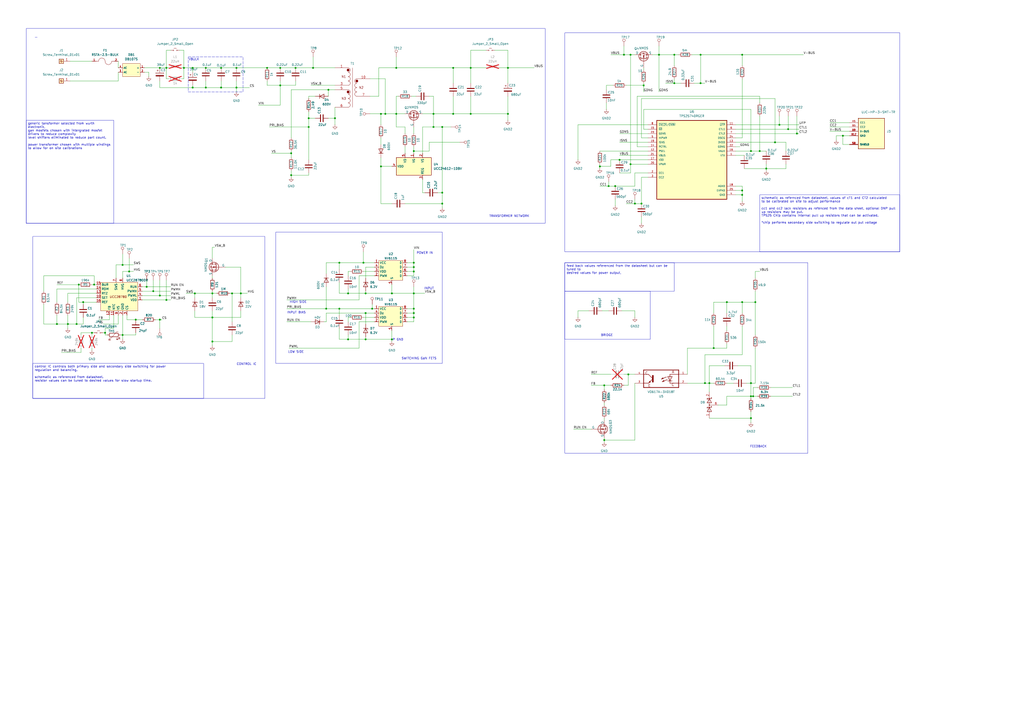
<source format=kicad_sch>
(kicad_sch (version 20250114) (generator "eeschema") (generator_version "9.0")
  (paper "A2")
  (rectangle (start 109.22 33.02) (end 140.97 53.34) (stroke (width 0) (type dash)))
  (rectangle (start 160.02 134.62) (end 256.54 210.82))
  (rectangle (start 15.24 16.51) (end 316.23 129.54))
  (rectangle (start 327.66 168.91) (end 377.19 196.85))
  (rectangle (start 19.05 137.16) (end 153.67 231.14))
  (rectangle (start 327.66 152.4) (end 468.63 262.89))
  (rectangle (start 327.66 19.05) (end 521.97 146.05))
  (text "TRANSFORMER NETWORK" (at 295.402 125.476 0) (effects (font (size 1.27 1.27))))
  (text "BRIDGE\n" (at 352.044 194.564 0) (effects (font (size 1.27 1.27))))
  (text "P GND\n" (at 230.886 197.104 0) (effects (font (size 1.27 1.27))))
  (text "CONTROL IC" (at 143.002 211.328 0) (effects (font (size 1.27 1.27))))
  (text "INPUT BIAS\n" (at 171.958 181.356 0) (effects (font (size 1.27 1.27))))
  (text "HIGH SIDE\n" (at 172.974 175.26 0) (effects (font (size 1.27 1.27))))
  (text "INPUT\n" (at 248.92 167.386 0) (effects (font (size 1.27 1.27))))
  (text "FEEDBACK" (at 439.928 259.08 0) (effects (font (size 1.27 1.27))))
  (text "POWER IN\n" (at 246.38 146.812 0) (effects (font (size 1.27 1.27))))
  (text "SWITCHING GaN FETS" (at 243.078 208.026 0) (effects (font (size 1.27 1.27))))
  (text "VBULK" (at 112.522 34.544 0) (effects (font (size 1.27 1.27))))
  (text "LOW SIDE\n" (at 171.704 204.216 0) (effects (font (size 1.27 1.27))))
  (text_box "control IC controls both primary side and secondary side switching for power \nregulation and balancing.\n\nschematic as referenced from datasheet.\nresistor values can be tuned to desired values for slow startup time." (at 19.05 210.82 0) (size 99.06 20.32) (margins 0.9525 0.9525 0.9525 0.9525) (effects (font (size 1.27 1.27)) (justify left top)))
  (text_box "schematic as refernced from datasheet, values of cT1 and CT2 calculated \nto be calibrated on site to adjust performance\n\ncc1 and cc2 lack resistors as refenced from the data sheet, optional DNP pull up resistors may be put.\nTPS25 Chip contains internal pull up resistors that can be activated.\n\n*chip performs secondary side switching to regulate out put voltage" (at 440.69 113.03 0) (size 81.28 33.02) (margins 0.9525 0.9525 0.9525 0.9525) (effects (font (size 1.27 1.27)) (justify left top)))
  (text_box "feed back values referenced from the datasheet but can be tuned to \ndesired values for power output," (at 327.66 152.4 0) (size 63.5 16.51) (margins 0.9525 0.9525 0.9525 0.9525) (effects (font (size 1.27 1.27)) (justify left top)))
  (text_box "generic tansformer selected from wurth electronik, \ngan mosfets chosen with intergrated mosfet drivers to reduce complexity\nlevel shifters eliminated to reduce part count.\n\npower transformer chosen with multiple windings to allow for on site calibrations\n" (at 15.24 69.85 0) (size 50.8 59.69) (margins 0.9525 0.9525 0.9525 0.9525) (effects (font (size 1.27 1.27)) (justify left top)))
  (junction (at 356.87 107.95))
  (junction (at 373.38 49.53))
  (junction (at 154.94 39.37))
  (junction (at 372.11 118.11))
  (junction (at 60.96 193.04))
  (junction (at 171.45 39.37))
  (junction (at 190.5 52.07))
  (junction (at 457.2 74.93))
  (junction (at 240.03 170.18))
  (junction (at 430.53 31.75))
  (junction (at 71.12 153.67))
  (junction (at 262.89 39.37))
  (junction (at 139.7 170.18))
  (junction (at 78.74 185.42))
  (junction (at 162.56 49.53))
  (junction (at 137.16 39.37))
  (junction (at 92.71 171.45))
  (junction (at 92.71 39.37))
  (junction (at 179.07 68.58))
  (junction (at 421.64 175.26))
  (junction (at 449.58 82.55))
  (junction (at 196.85 152.4))
  (junction (at 406.4 31.75))
  (junction (at 240.03 87.63))
  (junction (at 119.38 50.8))
  (junction (at 92.71 185.42))
  (junction (at 96.52 173.99))
  (junction (at 251.46 66.04))
  (junction (at 134.62 170.18))
  (junction (at 365.76 95.25))
  (junction (at 220.98 66.04))
  (junction (at 382.27 31.75))
  (junction (at 111.76 39.37))
  (junction (at 347.98 96.52))
  (junction (at 408.94 222.25))
  (junction (at 229.87 39.37))
  (junction (at 452.12 72.39))
  (junction (at 33.02 187.96))
  (junction (at 196.85 179.07))
  (junction (at 435.61 87.63))
  (junction (at 74.93 157.48))
  (junction (at 181.61 39.37))
  (junction (at 438.15 175.26))
  (junction (at 256.54 73.66))
  (junction (at 240.03 154.94))
  (junction (at 350.52 255.27))
  (junction (at 273.05 39.37))
  (junction (at 430.53 175.26))
  (junction (at 111.76 50.8))
  (junction (at 240.03 181.61))
  (junction (at 430.53 110.49))
  (junction (at 53.34 193.04))
  (junction (at 435.61 229.87))
  (junction (at 359.41 92.71))
  (junction (at 201.93 196.85))
  (junction (at 119.38 39.37))
  (junction (at 462.28 77.47))
  (junction (at 128.27 39.37))
  (junction (at 39.37 187.96))
  (junction (at 227.33 196.85))
  (junction (at 436.88 229.87))
  (junction (at 215.9 179.07))
  (junction (at 85.09 166.37))
  (junction (at 435.61 222.25))
  (junction (at 365.76 31.75))
  (junction (at 353.06 107.95))
  (junction (at 240.03 184.15))
  (junction (at 212.09 170.18))
  (junction (at 444.5 97.79))
  (junction (at 240.03 157.48))
  (junction (at 273.05 66.04))
  (junction (at 128.27 50.8))
  (junction (at 96.52 39.37))
  (junction (at 227.33 170.18))
  (junction (at 229.87 66.04))
  (junction (at 223.52 66.04))
  (junction (at 256.54 118.11))
  (junction (at 168.91 88.9))
  (junction (at 350.52 223.52))
  (junction (at 435.61 242.57))
  (junction (at 440.69 87.63))
  (junction (at 240.03 152.4))
  (junction (at 201.93 170.18))
  (junction (at 256.54 111.76))
  (junction (at 240.03 179.07))
  (junction (at 179.07 73.66))
  (junction (at 106.68 39.37))
  (junction (at 162.56 39.37))
  (junction (at 212.09 196.85))
  (junction (at 71.12 194.31))
  (junction (at 113.03 170.18))
  (junction (at 123.19 184.15))
  (junction (at 391.16 48.26))
  (junction (at 210.82 152.4))
  (junction (at 262.89 66.04))
  (junction (at 488.95 78.74))
  (junction (at 406.4 48.26))
  (junction (at 361.95 31.75))
  (junction (at 294.64 39.37))
  (junction (at 123.19 198.12))
  (junction (at 44.45 187.96))
  (junction (at 54.61 165.1))
  (junction (at 414.02 201.93))
  (junction (at 88.9 168.91))
  (junction (at 220.98 96.52))
  (junction (at 137.16 50.8))
  (junction (at 123.19 170.18))
  (junction (at 45.72 165.1))
  (junction (at 391.16 31.75))
  (junction (at 194.31 68.58))
  (junction (at 430.53 113.03))
  (junction (at 48.26 175.26))
  (junction (at 251.46 73.66))
  (junction (at 168.91 101.6))
  (junction (at 411.48 222.25))
  (junction (at 212.09 181.61))
  (junction (at 294.64 66.04))
  (junction (at 368.3 118.11))
  (junction (at 189.23 179.07))
  (junction (at 364.49 217.17))
  (wire (pts (xy 227.33 165.1) (xy 227.33 170.18)))
  (wire (pts (xy 240.03 157.48) (xy 240.03 160.02)))
  (wire (pts (xy 189.23 181.61) (xy 189.23 186.69)))
  (wire (pts (xy 111.76 49.53) (xy 111.76 50.8)))
  (wire (pts (xy 368.3 222.25) (xy 368.3 255.27)))
  (wire (pts (xy 190.5 52.07) (xy 190.5 55.88)))
  (wire (pts (xy 256.54 73.66) (xy 261.62 73.66)))
  (wire (pts (xy 111.76 39.37) (xy 119.38 39.37)))
  (wire (pts (xy 411.48 222.25) (xy 414.02 222.25)))
  (wire (pts (xy 212.09 170.18) (xy 227.33 170.18)))
  (wire (pts (xy 332.74 248.92) (xy 342.9 248.92)))
  (wire (pts (xy 248.92 55.88) (xy 251.46 55.88)))
  (wire (pts (xy 364.49 217.17) (xy 368.3 217.17)))
  (wire (pts (xy 53.34 193.04) (xy 54.61 193.04)))
  (wire (pts (xy 273.05 55.88) (xy 273.05 66.04)))
  (wire (pts (xy 171.45 49.53) (xy 171.45 46.99)))
  (wire (pts (xy 92.71 46.99) (xy 92.71 50.8)))
  (wire (pts (xy 455.93 87.63) (xy 455.93 82.55)))
  (wire (pts (xy 66.04 190.5) (xy 60.96 190.5)))
  (wire (pts (xy 194.31 62.23) (xy 194.31 68.58)))
  (wire (pts (xy 426.72 85.09) (xy 429.26 85.09)))
  (wire (pts (xy 229.87 55.88) (xy 229.87 66.04)))
  (wire (pts (xy 240.03 186.69) (xy 236.22 186.69)))
  (wire (pts (xy 426.72 110.49) (xy 430.53 110.49)))
  (wire (pts (xy 281.94 29.21) (xy 273.05 29.21)))
  (wire (pts (xy 46.99 193.04) (xy 46.99 194.31)))
  (wire (pts (xy 227.33 196.85) (xy 227.33 198.12)))
  (wire (pts (xy 45.72 165.1) (xy 45.72 175.26)))
  (wire (pts (xy 73.66 185.42) (xy 78.74 185.42)))
  (wire (pts (xy 88.9 162.56) (xy 88.9 168.91)))
  (wire (pts (xy 251.46 73.66) (xy 251.46 66.04)))
  (wire (pts (xy 123.19 160.02) (xy 123.19 161.29)))
  (wire (pts (xy 196.85 179.07) (xy 215.9 179.07)))
  (wire (pts (xy 25.4 160.02) (xy 25.4 168.91)))
  (wire (pts (xy 398.78 217.17) (xy 398.78 201.93)))
  (wire (pts (xy 436.88 229.87) (xy 439.42 229.87)))
  (wire (pts (xy 430.53 175.26) (xy 430.53 181.61)))
  (wire (pts (xy 210.82 184.15) (xy 217.17 184.15)))
  (wire (pts (xy 48.26 187.96) (xy 44.45 187.96)))
  (wire (pts (xy 189.23 152.4) (xy 196.85 152.4)))
  (wire (pts (xy 54.61 165.1) (xy 54.61 160.02)))
  (wire (pts (xy 217.17 154.94) (xy 212.09 154.94)))
  (wire (pts (xy 92.71 162.56) (xy 92.71 171.45)))
  (wire (pts (xy 342.9 217.17) (xy 354.33 217.17)))
  (wire (pts (xy 382.27 31.75) (xy 382.27 53.34)))
  (wire (pts (xy 431.8 97.79) (xy 444.5 97.79)))
  (wire (pts (xy 139.7 154.94) (xy 139.7 170.18)))
  (wire (pts (xy 208.28 160.02) (xy 217.17 160.02)))
  (wire (pts (xy 435.61 87.63) (xy 440.69 87.63)))
  (wire (pts (xy 368.3 118.11) (xy 372.11 118.11)))
  (wire (pts (xy 113.03 184.15) (xy 123.19 184.15)))
  (wire (pts (xy 134.62 170.18) (xy 139.7 170.18)))
  (wire (pts (xy 363.22 49.53) (xy 373.38 49.53)))
  (wire (pts (xy 438.15 201.93) (xy 438.15 222.25)))
  (wire (pts (xy 227.33 170.18) (xy 240.03 170.18)))
  (wire (pts (xy 139.7 180.34) (xy 139.7 184.15)))
  (wire (pts (xy 373.38 63.5) (xy 373.38 74.93)))
  (wire (pts (xy 162.56 46.99) (xy 162.56 49.53)))
  (wire (pts (xy 60.96 194.31) (xy 62.23 194.31)))
  (wire (pts (xy 350.52 255.27) (xy 350.52 256.54)))
  (wire (pts (xy 166.37 186.69) (xy 180.34 186.69)))
  (wire (pts (xy 123.19 180.34) (xy 123.19 184.15)))
  (wire (pts (xy 369.57 85.09) (xy 369.57 55.88)))
  (wire (pts (xy 421.64 175.26) (xy 421.64 181.61)))
  (wire (pts (xy 39.37 182.88) (xy 39.37 187.96)))
  (wire (pts (xy 481.33 76.2) (xy 492.76 76.2)))
  (wire (pts (xy 85.09 166.37) (xy 99.06 166.37)))
  (wire (pts (xy 349.25 180.34) (xy 353.06 180.34)))
  (wire (pts (xy 294.64 29.21) (xy 294.64 39.37)))
  (wire (pts (xy 227.33 118.11) (xy 220.98 118.11)))
  (wire (pts (xy 68.58 187.96) (xy 68.58 182.88)))
  (wire (pts (xy 335.28 180.34) (xy 335.28 184.15)))
  (wire (pts (xy 262.89 66.04) (xy 273.05 66.04)))
  (wire (pts (xy 408.94 205.74) (xy 408.94 222.25)))
  (wire (pts (xy 401.32 31.75) (xy 406.4 31.75)))
  (wire (pts (xy 391.16 45.72) (xy 391.16 48.26)))
  (wire (pts (xy 96.52 29.21) (xy 96.52 39.37)))
  (wire (pts (xy 33.02 167.64) (xy 33.02 175.26)))
  (wire (pts (xy 113.03 170.18) (xy 113.03 172.72)))
  (wire (pts (xy 365.76 95.25) (xy 365.76 100.33)))
  (wire (pts (xy 187.96 186.69) (xy 189.23 186.69)))
  (wire (pts (xy 350.52 254) (xy 350.52 255.27)))
  (wire (pts (xy 39.37 187.96) (xy 39.37 190.5)))
  (wire (pts (xy 273.05 39.37) (xy 273.05 48.26)))
  (wire (pts (xy 33.02 165.1) (xy 45.72 165.1)))
  (wire (pts (xy 373.38 74.93) (xy 375.92 74.93)))
  (wire (pts (xy 455.93 95.25) (xy 455.93 97.79)))
  (wire (pts (xy 335.28 72.39) (xy 335.28 92.71)))
  (wire (pts (xy 426.72 74.93) (xy 457.2 74.93)))
  (wire (pts (xy 369.57 55.88) (xy 440.69 55.88)))
  (wire (pts (xy 368.3 100.33) (xy 368.3 107.95)))
  (wire (pts (xy 59.69 187.96) (xy 68.58 187.96)))
  (wire (pts (xy 154.94 46.99) (xy 154.94 49.53)))
  (wire (pts (xy 373.38 39.37) (xy 373.38 40.64)))
  (wire (pts (xy 256.54 118.11) (xy 256.54 120.65)))
  (wire (pts (xy 361.95 26.67) (xy 361.95 31.75)))
  (wire (pts (xy 149.86 60.96) (xy 162.56 60.96)))
  (wire (pts (xy 353.06 105.41) (xy 353.06 107.95)))
  (wire (pts (xy 294.64 39.37) (xy 294.64 48.26)))
  (wire (pts (xy 33.02 182.88) (xy 33.02 187.96)))
  (wire (pts (xy 181.61 33.02) (xy 181.61 39.37)))
  (wire (pts (xy 48.26 175.26) (xy 45.72 175.26)))
  (wire (pts (xy 139.7 170.18) (xy 139.7 172.72)))
  (wire (pts (xy 430.53 110.49) (xy 430.53 107.95)))
  (wire (pts (xy 92.71 171.45) (xy 99.06 171.45)))
  (wire (pts (xy 440.69 55.88) (xy 440.69 59.69)))
  (wire (pts (xy 447.04 224.79) (xy 459.74 224.79)))
  (wire (pts (xy 234.95 118.11) (xy 256.54 118.11)))
  (wire (pts (xy 421.64 229.87) (xy 435.61 229.87)))
  (wire (pts (xy 53.34 201.93) (xy 53.34 203.2)))
  (wire (pts (xy 137.16 50.8) (xy 144.78 50.8)))
  (wire (pts (xy 351.79 59.69) (xy 351.79 63.5)))
  (wire (pts (xy 66.04 182.88) (xy 66.04 190.5)))
  (wire (pts (xy 179.07 73.66) (xy 179.07 92.71)))
  (wire (pts (xy 220.98 66.04) (xy 223.52 66.04)))
  (wire (pts (xy 438.15 161.29) (xy 438.15 157.48)))
  (wire (pts (xy 190.5 68.58) (xy 194.31 68.58)))
  (wire (pts (xy 220.98 91.44) (xy 220.98 96.52)))
  (wire (pts (xy 256.54 111.76) (xy 254 111.76)))
  (wire (pts (xy 104.14 29.21) (xy 106.68 29.21)))
  (wire (pts (xy 240.03 154.94) (xy 240.03 157.48)))
  (wire (pts (xy 201.93 184.15) (xy 201.93 186.69)))
  (wire (pts (xy 73.66 182.88) (xy 73.66 185.42)))
  (wire (pts (xy 86.36 41.91) (xy 83.82 41.91)))
  (wire (pts (xy 166.37 179.07) (xy 189.23 179.07)))
  (wire (pts (xy 113.03 170.18) (xy 123.19 170.18)))
  (wire (pts (xy 46.99 204.47) (xy 35.56 204.47)))
  (wire (pts (xy 201.93 194.31) (xy 201.93 196.85)))
  (wire (pts (xy 229.87 73.66) (xy 229.87 66.04)))
  (wire (pts (xy 162.56 49.53) (xy 171.45 49.53)))
  (wire (pts (xy 435.61 242.57) (xy 411.48 242.57)))
  (wire (pts (xy 179.07 68.58) (xy 179.07 64.77)))
  (wire (pts (xy 365.76 100.33) (xy 359.41 100.33)))
  (wire (pts (xy 372.11 57.15) (xy 449.58 57.15)))
  (wire (pts (xy 438.15 222.25) (xy 435.61 222.25)))
  (wire (pts (xy 481.33 71.12) (xy 492.76 71.12)))
  (wire (pts (xy 375.92 80.01) (xy 372.11 80.01)))
  (wire (pts (xy 48.26 184.15) (xy 48.26 187.96)))
  (wire (pts (xy 435.61 87.63) (xy 435.61 63.5)))
  (wire (pts (xy 402.59 48.26) (xy 406.4 48.26)))
  (wire (pts (xy 217.17 186.69) (xy 208.28 186.69)))
  (wire (pts (xy 492.76 83.82) (xy 488.95 83.82)))
  (wire (pts (xy 426.72 77.47) (xy 462.28 77.47)))
  (wire (pts (xy 137.16 50.8) (xy 137.16 53.34)))
  (wire (pts (xy 411.48 222.25) (xy 411.48 227.33)))
  (wire (pts (xy 375.92 72.39) (xy 335.28 72.39)))
  (wire (pts (xy 347.98 96.52) (xy 347.98 97.79)))
  (wire (pts (xy 71.12 157.48) (xy 74.93 157.48)))
  (wire (pts (xy 351.79 49.53) (xy 351.79 52.07)))
  (wire (pts (xy 210.82 152.4) (xy 217.17 152.4)))
  (wire (pts (xy 201.93 157.48) (xy 201.93 160.02)))
  (wire (pts (xy 359.41 82.55) (xy 375.92 82.55)))
  (wire (pts (xy 196.85 179.07) (xy 196.85 182.88)))
  (wire (pts (xy 251.46 55.88) (xy 251.46 66.04)))
  (wire (pts (xy 107.95 170.18) (xy 113.03 170.18)))
  (wire (pts (xy 273.05 66.04) (xy 294.64 66.04)))
  (wire (pts (xy 435.61 238.76) (xy 435.61 242.57)))
  (wire (pts (xy 92.71 185.42) (xy 93.98 185.42)))
  (wire (pts (xy 294.64 66.04) (xy 294.64 69.85)))
  (wire (pts (xy 39.37 175.26) (xy 39.37 170.18)))
  (wire (pts (xy 214.63 66.04) (xy 220.98 66.04)))
  (wire (pts (xy 123.19 143.51) (xy 124.46 143.51)))
  (wire (pts (xy 439.42 224.79) (xy 436.88 224.79)))
  (wire (pts (xy 488.95 78.74) (xy 492.76 78.74)))
  (wire (pts (xy 67.31 161.29) (xy 67.31 153.67)))
  (wire (pts (xy 363.22 118.11) (xy 368.3 118.11)))
  (wire (pts (xy 238.76 55.88) (xy 241.3 55.88)))
  (wire (pts (xy 430.53 175.26) (xy 438.15 175.26)))
  (wire (pts (xy 212.09 168.91) (xy 212.09 170.18)))
  (wire (pts (xy 430.53 31.75) (xy 430.53 38.1)))
  (wire (pts (xy 189.23 152.4) (xy 189.23 158.75)))
  (wire (pts (xy 97.79 45.72) (xy 96.52 45.72)))
  (wire (pts (xy 128.27 50.8) (xy 137.16 50.8)))
  (wire (pts (xy 421.64 201.93) (xy 421.64 199.39)))
  (wire (pts (xy 63.5 182.88) (xy 63.5 185.42)))
  (wire (pts (xy 134.62 170.18) (xy 133.35 170.18)))
  (wire (pts (xy 99.06 29.21) (xy 96.52 29.21)))
  (wire (pts (xy 359.41 90.17) (xy 375.92 90.17)))
  (wire (pts (xy 444.5 95.25) (xy 444.5 97.79)))
  (wire (pts (xy 40.64 35.56) (xy 53.34 35.56)))
  (wire (pts (xy 266.7 82.55) (xy 248.92 82.55)))
  (wire (pts (xy 365.76 31.75) (xy 368.3 31.75)))
  (wire (pts (xy 372.11 80.01) (xy 372.11 57.15)))
  (wire (pts (xy 391.16 31.75) (xy 391.16 38.1)))
  (wire (pts (xy 427.99 212.09) (xy 435.61 212.09)))
  (wire (pts (xy 106.68 29.21) (xy 106.68 39.37)))
  (wire (pts (xy 240.03 166.37) (xy 240.03 170.18)))
  (wire (pts (xy 57.15 185.42) (xy 63.5 185.42)))
  (wire (pts (xy 96.52 39.37) (xy 96.52 45.72)))
  (wire (pts (xy 83.82 39.37) (xy 92.71 39.37)))
  (wire (pts (xy 354.33 31.75) (xy 361.95 31.75)))
  (wire (pts (xy 196.85 190.5) (xy 196.85 196.85)))
  (wire (pts (xy 137.16 50.8) (xy 137.16 46.99)))
  (wire (pts (xy 113.03 180.34) (xy 113.03 184.15)))
  (wire (pts (xy 168.91 99.06) (xy 168.91 101.6)))
  (wire (pts (xy 137.16 39.37) (xy 154.94 39.37)))
  (wire (pts (xy 435.61 242.57) (xy 435.61 245.11)))
  (wire (pts (xy 426.72 80.01) (xy 430.53 80.01)))
  (wire (pts (xy 25.4 176.53) (xy 25.4 187.96)))
  (wire (pts (xy 139.7 170.18) (xy 143.51 170.18)))
  (wire (pts (xy 435.61 63.5) (xy 373.38 63.5)))
  (wire (pts (xy 128.27 39.37) (xy 137.16 39.37)))
  (wire (pts (xy 223.52 66.04) (xy 229.87 66.04)))
  (wire (pts (xy 196.85 152.4) (xy 210.82 152.4)))
  (wire (pts (xy 214.63 45.72) (xy 223.52 45.72)))
  (wire (pts (xy 430.53 107.95) (xy 426.72 107.95)))
  (wire (pts (xy 105.41 39.37) (xy 106.68 39.37)))
  (wire (pts (xy 488.95 83.82) (xy 488.95 78.74)))
  (wire (pts (xy 256.54 111.76) (xy 256.54 73.66)))
  (wire (pts (xy 68.58 41.91) (xy 68.58 46.99)))
  (wire (pts (xy 240.03 181.61) (xy 240.03 184.15)))
  (wire (pts (xy 406.4 48.26) (xy 408.94 48.26)))
  (wire (pts (xy 134.62 170.18) (xy 134.62 186.69)))
  (wire (pts (xy 69.85 194.31) (xy 71.12 194.31)))
  (wire (pts (xy 368.3 255.27) (xy 350.52 255.27)))
  (wire (pts (xy 457.2 74.93) (xy 463.55 74.93)))
  (wire (pts (xy 373.38 48.26) (xy 373.38 49.53)))
  (wire (pts (xy 350.52 233.68) (xy 350.52 234.95)))
  (wire (pts (xy 234.95 73.66) (xy 229.87 73.66)))
  (wire (pts (xy 452.12 72.39) (xy 463.55 72.39)))
  (wire (pts (xy 368.3 100.33) (xy 375.92 100.33)))
  (wire (pts (xy 414.02 175.26) (xy 421.64 175.26)))
  (wire (pts (xy 240.03 85.09) (xy 240.03 87.63)))
  (wire (pts (xy 179.07 101.6) (xy 168.91 101.6)))
  (wire (pts (xy 245.11 88.9) (xy 245.11 73.66)))
  (wire (pts (xy 130.81 154.94) (xy 139.7 154.94)))
  (wire (pts (xy 196.85 152.4) (xy 196.85 156.21)))
  (wire (pts (xy 430.53 45.72) (xy 430.53 80.01)))
  (wire (pts (xy 55.88 172.72) (xy 44.45 172.72)))
  (wire (pts (xy 438.15 168.91) (xy 438.15 175.26)))
  (wire (pts (xy 240.03 170.18) (xy 240.03 179.07)))
  (wire (pts (xy 342.9 223.52) (xy 350.52 223.52)))
  (wire (pts (xy 229.87 39.37) (xy 262.89 39.37)))
  (wire (pts (xy 123.19 198.12) (xy 123.19 200.66)))
  (wire (pts (xy 179.07 100.33) (xy 179.07 101.6)))
  (wire (pts (xy 356.87 115.57) (xy 356.87 119.38)))
  (wire (pts (xy 189.23 179.07) (xy 196.85 179.07)))
  (wire (pts (xy 167.64 201.93) (xy 208.28 201.93)))
  (wire (pts (xy 360.68 180.34) (xy 368.3 180.34)))
  (wire (pts (xy 106.68 39.37) (xy 106.68 45.72)))
  (wire (pts (xy 194.31 52.07) (xy 190.5 52.07)))
  (wire (pts (xy 273.05 29.21) (xy 273.05 39.37)))
  (wire (pts (xy 92.71 39.37) (xy 96.52 39.37)))
  (wire (pts (xy 375.92 85.09) (xy 369.57 85.09)))
  (wire (pts (xy 485.14 81.28) (xy 485.14 78.74)))
  (wire (pts (xy 60.96 190.5) (xy 60.96 193.04)))
  (wire (pts (xy 111.76 41.91) (xy 111.76 39.37)))
  (wire (pts (xy 190.5 52.07) (xy 168.91 52.07)))
  (wire (pts (xy 123.19 168.91) (xy 123.19 170.18)))
  (wire (pts (xy 236.22 179.07) (xy 240.03 179.07)))
  (wire (pts (xy 426.72 113.03) (xy 430.53 113.03)))
  (wire (pts (xy 438.15 157.48) (xy 440.69 157.48)))
  (wire (pts (xy 179.07 55.88) (xy 179.07 57.15)))
  (wire (pts (xy 236.22 184.15) (xy 240.03 184.15)))
  (wire (pts (xy 208.28 186.69) (xy 208.28 201.93)))
  (wire (pts (xy 354.33 92.71) (xy 359.41 92.71)))
  (wire (pts (xy 220.98 118.11) (xy 220.98 96.52)))
  (wire (pts (xy 361.95 217.17) (xy 364.49 217.17)))
  (wire (pts (xy 350.52 226.06) (xy 350.52 223.52)))
  (wire (pts (xy 414.02 189.23) (xy 414.02 201.93)))
  (wire (pts (xy 411.48 212.09) (xy 411.48 222.25)))
  (wire (pts (xy 212.09 181.61) (xy 212.09 187.96)))
  (wire (pts (xy 119.38 50.8) (xy 128.27 50.8)))
  (wire (pts (xy 139.7 184.15) (xy 123.19 184.15)))
  (wire (pts (xy 74.93 149.86) (xy 74.93 157.48)))
  (wire (pts (xy 246.38 111.76) (xy 245.11 111.76)))
  (wire (pts (xy 248.92 82.55) (xy 248.92 87.63)))
  (wire (pts (xy 426.72 82.55) (xy 449.58 82.55)))
  (wire (pts (xy 154.94 39.37) (xy 162.56 39.37)))
  (wire (pts (xy 201.93 170.18) (xy 212.09 170.18)))
  (wire (pts (xy 406.4 31.75) (xy 430.53 31.75)))
  (wire (pts (xy 162.56 39.37) (xy 171.45 39.37)))
  (wire (pts (xy 25.4 187.96) (xy 33.02 187.96)))
  (wire (pts (xy 33.02 187.96) (xy 39.37 187.96)))
  (wire (pts (xy 220.98 83.82) (xy 220.98 80.01)))
  (wire (pts (xy 134.62 198.12) (xy 123.19 198.12)))
  (wire (pts (xy 168.91 87.63) (xy 168.91 88.9)))
  (wire (pts (xy 168.91 101.6) (xy 168.91 102.87)))
  (wire (pts (xy 408.94 222.25) (xy 411.48 222.25)))
  (wire (pts (xy 256.54 118.11) (xy 256.54 111.76)))
  (wire (pts (xy 462.28 67.31) (xy 462.28 77.47)))
  (wire (pts (xy 71.12 153.67) (xy 77.47 153.67)))
  (wire (pts (xy 234.95 85.09) (xy 234.95 88.9)))
  (wire (pts (xy 481.33 73.66) (xy 492.76 73.66)))
  (wire (pts (xy 96.52 39.37) (xy 97.79 39.37)))
  (wire (pts (xy 53.34 193.04) (xy 53.34 194.31)))
  (wire (pts (xy 240.03 184.15) (xy 240.03 186.69)))
  (wire (pts (xy 236.22 160.02) (xy 240.03 160.02)))
  (wire (pts (xy 240.03 87.63) (xy 240.03 88.9)))
  (wire (pts (xy 430.53 205.74) (xy 408.94 205.74)))
  (wire (pts (xy 240.03 152.4) (xy 240.03 154.94)))
  (wire (pts (xy 245.11 66.04) (xy 251.46 66.04)))
  (wire (pts (xy 234.95 77.47) (xy 234.95 73.66)))
  (wire (pts (xy 236.22 181.61) (xy 240.03 181.61)))
  (wire (pts (xy 182.88 55.88) (xy 179.07 55.88)))
  (wire (pts (xy 440.69 87.63) (xy 444.5 87.63)))
  (wire (pts (xy 364.49 217.17) (xy 364.49 223.52)))
  (wire (pts (xy 430.53 113.03) (xy 430.53 110.49)))
  (wire (pts (xy 436.88 224.79) (xy 436.88 229.87)))
  (wire (pts (xy 245.11 73.66) (xy 251.46 73.66)))
  (wire (pts (xy 372.11 102.87) (xy 372.11 118.11)))
  (wire (pts (xy 386.08 48.26) (xy 391.16 48.26)))
  (wire (pts (xy 96.52 173.99) (xy 99.06 173.99)))
  (wire (pts (xy 128.27 46.99) (xy 128.27 50.8)))
  (wire (pts (xy 227.33 191.77) (xy 227.33 196.85)))
  (wire (pts (xy 421.64 175.26) (xy 430.53 175.26)))
  (wire (pts (xy 355.6 49.53) (xy 351.79 49.53)))
  (wire (pts (xy 106.68 39.37) (xy 111.76 39.37)))
  (wire (pts (xy 180.34 49.53) (xy 194.31 49.53)))
  (polyline (pts (xy 20.32 21.59) (xy 21.59 21.59)))
  (wire (pts (xy 134.62 194.31) (xy 134.62 198.12)))
  (wire (pts (xy 262.89 39.37) (xy 273.05 39.37)))
  (wire (pts (xy 208.28 160.02) (xy 208.28 173.99)))
  (wire (pts (xy 88.9 168.91) (xy 99.06 168.91)))
  (wire (pts (xy 82.55 171.45) (xy 92.71 171.45)))
  (wire (pts (xy 194.31 68.58) (xy 194.31 72.39)))
  (wire (pts (xy 123.19 184.15) (xy 123.19 198.12)))
  (wire (pts (xy 105.41 45.72) (xy 106.68 45.72)))
  (wire (pts (xy 60.96 193.04) (xy 60.96 194.31)))
  (wire (pts (xy 154.94 49.53) (xy 162.56 49.53)))
  (wire (pts (xy 444.5 97.79) (xy 455.93 97.79)))
  (wire (pts (xy 421.64 234.95) (xy 421.64 229.87)))
  (wire (pts (xy 347.98 87.63) (xy 375.92 87.63)))
  (wire (pts (xy 54.61 160.02) (xy 25.4 160.02)))
  (wire (pts (xy 426.72 87.63) (xy 435.61 87.63)))
  (wire (pts (xy 368.3 180.34) (xy 368.3 184.15)))
  (wire (pts (xy 44.45 187.96) (xy 39.37 187.96)))
  (wire (pts (xy 71.12 194.31) (xy 71.12 196.85)))
  (wire (pts (xy 462.28 77.47) (xy 463.55 77.47)))
  (wire (pts (xy 457.2 67.31) (xy 457.2 74.93)))
  (wire (pts (xy 86.36 44.45) (xy 86.36 41.91)))
  (wire (pts (xy 55.88 167.64) (xy 33.02 167.64)))
  (wire (pts (xy 123.19 170.18) (xy 123.19 172.72)))
  (wire (pts (xy 212.09 154.94) (xy 212.09 161.29)))
  (wire (pts (xy 196.85 196.85) (xy 201.93 196.85)))
  (wire (pts (xy 414.02 201.93) (xy 421.64 201.93)))
  (wire (pts (xy 359.41 77.47) (xy 375.92 77.47)))
  (wire (pts (xy 438.15 175.26) (xy 438.15 194.31)))
  (wire (pts (xy 214.63 55.88) (xy 219.71 55.88)))
  (wire (pts (xy 447.04 229.87) (xy 459.74 229.87)))
  (wire (pts (xy 347.98 96.52) (xy 354.33 96.52)))
  (wire (pts (xy 444.5 97.79) (xy 444.5 99.06)))
  (wire (pts (xy 356.87 107.95) (xy 368.3 107.95)))
  (wire (pts (xy 220.98 72.39) (xy 220.98 66.04)))
  (wire (pts (xy 347.98 95.25) (xy 347.98 96.52)))
  (wire (pts (xy 82.55 168.91) (xy 88.9 168.91)))
  (wire (pts (xy 182.88 68.58) (xy 179.07 68.58)))
  (wire (pts (xy 391.16 31.75) (xy 393.7 31.75)))
  (wire (pts (xy 231.14 55.88) (xy 229.87 55.88)))
  (wire (pts (xy 171.45 39.37) (xy 181.61 39.37)))
  (wire (pts (xy 440.69 67.31) (xy 440.69 87.63)))
  (wire (pts (xy 398.78 201.93) (xy 414.02 201.93)))
  (wire (pts (xy 354.33 96.52) (xy 354.33 92.71)))
  (wire (pts (xy 435.61 229.87) (xy 435.61 231.14)))
  (wire (pts (xy 372.11 102.87) (xy 375.92 102.87)))
  (wire (pts (xy 219.71 39.37) (xy 229.87 39.37)))
  (wire (pts (xy 196.85 170.18) (xy 201.93 170.18)))
  (wire (pts (xy 350.52 242.57) (xy 350.52 243.84)))
  (wire (pts (xy 39.37 170.18) (xy 55.88 170.18)))
  (wire (pts (xy 212.09 181.61) (xy 217.17 181.61)))
  (wire (pts (xy 215.9 176.53) (xy 215.9 179.07)))
  (wire (pts (xy 78.74 185.42) (xy 82.55 185.42)))
  (wire (pts (xy 452.12 67.31) (xy 452.12 72.39)))
  (wire (pts (xy 179.07 68.58) (xy 179.07 73.66)))
  (wire (pts (xy 168.91 88.9) (xy 168.91 91.44)))
  (wire (pts (xy 78.74 193.04) (xy 78.74 194.31)))
  (wire (pts (xy 223.52 45.72) (xy 223.52 66.04)))
  (wire (pts (xy 449.58 82.55) (xy 455.93 82.55)))
  (wire (pts (xy 85.09 162.56) (xy 85.09 166.37)))
  (wire (pts (xy 273.05 39.37) (xy 281.94 39.37)))
  (wire (pts (xy 353.06 107.95) (xy 356.87 107.95)))
  (wire (pts (xy 162.56 49.53) (xy 162.56 60.96)))
  (wire (pts (xy 347.98 107.95) (xy 353.06 107.95)))
  (wire (pts (xy 119.38 39.37) (xy 128.27 39.37)))
  (wire (pts (xy 382.27 31.75) (xy 391.16 31.75)))
  (wire (pts (xy 96.52 162.56) (xy 96.52 173.99)))
  (wire (pts (xy 294.64 55.88) (xy 294.64 66.04)))
  (wire (pts (xy 74.93 157.48) (xy 77.47 157.48)))
  (wire (pts (xy 368.3 115.57) (xy 368.3 118.11)))
  (wire (pts (xy 256.54 73.66) (xy 251.46 73.66)))
  (wire (pts (xy 350.52 223.52) (xy 354.33 223.52)))
  (wire (pts (xy 71.12 182.88) (xy 71.12 194.31)))
  (wire (pts (xy 426.72 72.39) (xy 452.12 72.39)))
  (wire (pts (xy 111.76 50.8) (xy 119.38 50.8)))
  (wire (pts (xy 262.89 39.37) (xy 262.89 48.26)))
  (wire (pts (xy 426.72 90.17) (xy 431.8 90.17)))
  (wire (pts (xy 203.2 157.48) (xy 201.93 157.48)))
  (wire (pts (xy 210.82 146.05) (xy 210.82 152.4)))
  (wire (pts (xy 240.03 170.18) (xy 246.38 170.18)))
  (wire (pts (xy 430.53 189.23) (xy 430.53 205.74)))
  (wire (pts (xy 189.23 166.37) (xy 189.23 179.07)))
  (wire (pts (xy 201.93 167.64) (xy 201.93 170.18)))
  (wire (pts (xy 53.34 165.1) (xy 54.61 165.1)))
  (wire (pts (xy 219.71 55.88) (xy 219.71 39.37)))
  (wire (pts (xy 364.49 223.52) (xy 361.95 223.52)))
  (wire (pts (xy 406.4 31.75) (xy 406.4 48.26)))
  (wire (pts (xy 82.55 166.37) (xy 85.09 166.37)))
  (wire (pts (xy 365.76 31.75) (xy 365.76 95.25)))
  (wire (pts (xy 416.56 234.95) (xy 421.64 234.95)))
  (wire (pts (xy 240.03 179.07) (xy 240.03 181.61)))
  (wire (pts (xy 54.61 165.1) (xy 55.88 165.1)))
  (wire (pts (xy 55.88 175.26) (xy 48.26 175.26)))
  (wire (pts (xy 67.31 153.67) (xy 71.12 153.67)))
  (wire (pts (xy 123.19 170.18) (xy 125.73 170.18)))
  (wire (pts (xy 71.12 147.32) (xy 71.12 153.67)))
  (wire (pts (xy 375.92 95.25) (xy 365.76 95.25)))
  (wire (pts (xy 430.53 31.75) (xy 466.09 31.75)))
  (wire (pts (xy 48.26 175.26) (xy 48.26 176.53)))
  (wire (pts (xy 248.92 87.63) (xy 240.03 87.63)))
  (wire (pts (xy 287.02 29.21) (xy 294.64 29.21)))
  (wire (pts (xy 59.69 193.04) (xy 60.96 193.04)))
  (wire (pts (xy 435.61 229.87) (xy 435.61 222.25)))
  (wire (pts (xy 181.61 39.37) (xy 194.31 39.37)))
  (wire (pts (xy 201.93 196.85) (xy 212.09 196.85)))
  (wire (pts (xy 229.87 33.02) (xy 229.87 39.37)))
  (wire (pts (xy 240.03 73.66) (xy 240.03 77.47)))
  (wire (pts (xy 236.22 157.48) (xy 240.03 157.48)))
  (wire (pts (xy 68.58 46.99) (xy 40.64 46.99)))
  (wire (pts (xy 119.38 46.99) (xy 119.38 50.8)))
  (wire (pts (xy 157.48 88.9) (xy 168.91 88.9)))
  (wire (pts (xy 361.95 31.75) (xy 365.76 31.75)))
  (wire (pts (xy 229.87 66.04) (xy 234.95 66.04)))
  (wire (pts (xy 90.17 185.42) (xy 92.71 185.42)))
  (wire (pts (xy 220.98 96.52) (xy 227.33 96.52)))
  (wire (pts (xy 435.61 212.09) (xy 435.61 222.25)))
  (wire (pts (xy 82.55 173.99) (xy 96.52 173.99)))
  (wire (pts (xy 236.22 154.94) (xy 240.03 154.94)))
  (wire (pts (xy 251.46 66.04) (xy 262.89 66.04)))
  (wire (pts (xy 203.2 184.15) (xy 201.93 184.15)))
  (wire (pts (xy 123.19 149.86) (xy 123.19 143.51)))
  (wire (pts (xy 46.99 193.04) (xy 53.34 193.04)))
  (wire (pts (xy 215.9 179.07) (xy 217.17 179.07)))
  (wire (pts (xy 210.82 157.48) (xy 217.17 157.48)))
  (wire (pts (xy 262.89 55.88) (xy 262.89 66.04)))
  (wire (pts (xy 245.11 104.14) (xy 245.11 111.76)))
  (wire (pts (xy 240.03 144.78) (xy 240.03 152.4)))
  (wire (pts (xy 430.53 116.84) (xy 430.53 113.03)))
  (wire (pts (xy 212.09 181.61) (xy 189.23 181.61)))
  (wire (pts (xy 436.88 229.87) (xy 435.61 229.87)))
  (wire (pts (xy 212.09 196.85) (xy 227.33 196.85)))
  (wire (pts (xy 196.85 163.83) (xy 196.85 170.18)))
  (wire (pts (xy 212.09 195.58) (xy 212.09 196.85)))
  (wire (pts (xy 341.63 180.34) (xy 335.28 180.34)))
  (wire (pts (xy 156.21 73.66) (xy 179.07 73.66)))
  (wire (pts (xy 391.16 48.26) (xy 394.97 48.26)))
  (wire (pts (xy 414.02 181.61) (xy 414.02 175.26)))
  (wire (pts (xy 78.74 194.31) (xy 71.12 194.31)))
  (wire (pts (xy 421.64 222.25) (xy 425.45 222.25)))
  (wire (pts (xy 168.91 52.07) (xy 168.91 80.01)))
  (wire (pts (xy 378.46 31.75) (xy 382.27 31.75)))
  (wire (pts (xy 372.11 125.73) (xy 372.11 129.54)))
  (wire (pts (xy 44.45 172.72) (xy 44.45 187.96)))
  (wire (pts (xy 449.58 57.15) (xy 449.58 82.55)))
  (wire (pts (xy 236.22 152.4) (xy 240.03 152.4)))
  (wire (pts (xy 398.78 222.25) (xy 408.94 222.25)))
  (wire (pts (xy 359.41 92.71) (xy 375.92 92.71)))
  (wire (pts (xy 46.99 201.93) (xy 46.99 204.47)))
  (wire (pts (xy 435.61 222.25) (xy 433.07 222.25)))
  (wire (pts (xy 289.56 39.37) (xy 294.64 39.37)))
  (wire (pts (xy 294.64 39.37) (xy 309.88 39.37)))
  (wire (pts (xy 92.71 185.42) (xy 92.71 190.5)))
  (wire (pts (xy 92.71 50.8) (xy 111.76 50.8)))
  (wire (pts (xy 421.64 189.23) (xy 421.64 191.77)))
  (wire (pts (xy 420.37 212.09) (xy 411.48 212.09)))
  (wire (pts (xy 373.38 49.53) (xy 373.38 53.34)))
  (wire (pts (xy 166.37 173.99) (xy 208.28 173.99)))
  (wire (pts (xy 485.14 78.74) (xy 488.95 78.74)))
  (wire (pts (xy 68.58 39.37) (xy 68.58 35.56)))
  (wire (pts (xy 71.12 161.29) (xy 71.12 157.48)))
  (wire (pts (xy 382.27 26.67) (xy 382.27 31.75)))
  (label "VBUS" (at 440.69 157.48 0))
  (label "CC1" (at 481.33 71.12 0))
  (label "CTL1" (at 459.74 224.79 0))
  (label "V-BUS" (at 481.33 76.2 0))
  (label "REF" (at 33.02 165.1 0))
  (label "ISNS" (at 359.41 82.55 0))
  (label "VSW_B" (at 180.34 49.53 0))
  (label "RUN EN" (at 99.06 166.37 0))
  (label "CTL2" (at 459.74 229.87 0))
  (label "CC2" (at 481.33 73.66 0))
  (label "HVG" (at 77.47 157.48 0))
  (label "GDNS" (at 359.41 77.47 0))
  (label "CTL2" (at 463.55 77.47 0))
  (label "HVG" (at 143.51 170.18 0))
  (label "CTL1" (at 463.55 74.93 0))
  (label "VS" (at 59.69 187.96 180))
  (label "VIN" (at 149.86 60.96 0))
  (label "PRI_BIAS" (at 156.21 73.66 0))
  (label "VSW_B" (at 124.46 143.51 0))
  (label "FB" (at 57.15 185.42 0))
  (label "GDNG" (at 373.38 53.34 0))
  (label "GDNG" (at 429.26 85.09 0))
  (label "RUN EN" (at 332.74 248.92 0))
  (label "ISNS" (at 386.08 48.26 0))
  (label "VBUS" (at 309.88 39.37 0))
  (label "PRI_BIAS" (at 99.06 173.99 0))
  (label "FB" (at 342.9 223.52 0))
  (label "UFP" (at 463.55 72.39 0))
  (label "CS" (at 144.78 50.8 0))
  (label "PWMH" (at 99.06 168.91 0))
  (label "VBUS" (at 359.41 90.17 0))
  (label "CS" (at 93.98 185.42 0))
  (label "CC2" (at 363.22 118.11 0))
  (label "GDNS" (at 382.27 53.34 0))
  (label "PRI_BIAS" (at 166.37 179.07 0))
  (label "PRI_BIAS" (at 35.56 204.47 0))
  (label "VBUS" (at 354.33 31.75 0))
  (label "REF" (at 342.9 217.17 0))
  (label "PWML" (at 99.06 171.45 0))
  (label "SWS" (at 107.95 170.18 0))
  (label "V-BUS" (at 408.94 48.26 0))
  (label "VS" (at 157.48 88.9 0))
  (label "PWMH" (at 166.37 173.99 0))
  (label "VSW_B" (at 246.38 170.18 0))
  (label "V-BUS" (at 466.09 31.75 0))
  (label "CC1" (at 347.98 107.95 0))
  (label "SWS" (at 77.47 153.67 0))
  (label "VIN" (at 240.03 144.78 0))
  (label "PWML" (at 167.64 201.93 0))
  (label "RUN EN" (at 166.37 186.69 0))
  (symbol (lib_id "power:GND2") (at 372.11 129.54 0) (unit 1)
    (property "Reference" "#PWR019" (effects (hide yes)))
    (property "Value" "GND2" (at 372.11 134.62 0))
    (property "Description" "Power symbol creates a global label with name \"GND2\" , ground" (effects (hide yes)))
  )
  (symbol (lib_id "Device:R") (at 359.41 49.53 90) (unit 1)
    (property "Reference" "R25" (at 359.41 49.53 90))
    (property "Value" "1k" (at 359.156 46.99 90))
    (property "Footprint" "Resistor_SMD:R_0603_1608Metric" (effects (hide yes)))
    (property "Description" "Resistor" (effects (hide yes)))
    (property "LCSC" "C22548" (effects (hide yes)))
  )
  (symbol (lib_id "RSTA-2.5-BULK:RSTA-2.5-BULK") (at 60.96 35.56 0) (unit 1)
    (property "Reference" "F1" (at 60.96 29.21 0))
    (property "Value" "RSTA-2.5-BULK" (at 60.96 31.75 0))
    (property "Footprint" "RSTA-2.5-BULK:FUSE_RST-1-BULK" (effects (hide yes)))
    (property "MF" "Bel Fuse" (effects (hide yes)))
    (property "MAXIMUM_PACKAGE_HEIGHT" "7.9mm" (effects (hide yes)))
    (property "Package" "Radial Box  Bel Fuse" (effects (hide yes)))
    (property "Price" "None" (effects (hide yes)))
    (property "Check_prices" "https://www.snapeda.com/parts/RSTA%202.5%20BULK/Bel+Circuit+Protection/view-part/?ref=eda" (effects (hide yes)))
    (property "STANDARD" "Manufacturer Recommendations" (effects (hide yes)))
    (property "PARTREV" "Jan2019" (effects (hide yes)))
    (property "SnapEDA_Link" "https://www.snapeda.com/parts/RSTA%202.5%20BULK/Bel+Circuit+Protection/view-part/?ref=snap" (effects (hide yes)))
    (property "MP" "RSTA 2.5 BULK" (effects (hide yes)))
    (property "Description_1" "2.5 A 250 V AC 63 V DC Fuse Board Mount (Cartridge Style Excluded) Through Hole Radial, Box" (effects (hide yes)))
    (property "Availability" "In Stock" (effects (hide yes)))
    (property "MANUFACTURER" "BELFUSE" (effects (hide yes)))
    (property "digikey" "5923-RSTA2.5BULK-ND" (effects (hide yes)))
  )
  (symbol (lib_id "Device:R") (at 417.83 222.25 270) (unit 1)
    (property "Reference" "R30" (at 417.83 222.25 90))
    (property "Value" "60.4k" (at 417.83 219.71 90))
    (property "Footprint" "Resistor_SMD:R_0603_1608Metric" (effects (hide yes)))
    (property "Description" "Resistor" (effects (hide yes)))
    (property "LCSC" "C23089" (effects (hide yes)))
  )
  (symbol (lib_name "NV6115_1") (lib_id "NV6115:NV6115") (at 222.25 179.07 0) (unit 1)
    (property "Reference" "U3" (at 226.695 173.99 0))
    (property "Value" "NV6115" (at 226.695 176.53 0))
    (property "Footprint" "NV6115:TRANS_IRFH9310TRPBF" (effects (hide yes)))
    (property "LCSC" "C2844954" (effects (hide yes)))
  )
  (symbol (lib_id "Device:R") (at 39.37 179.07 180) (unit 1)
    (property "Reference" "R3" (at 39.37 179.07 90))
    (property "Value" "249k" (at 41.91 179.07 90))
    (property "Footprint" "Resistor_SMD:R_0402_1005Metric_Pad0.72x0.64mm_HandSolder" (effects (hide yes)))
    (property "Description" "Resistor" (effects (hide yes)))
    (property "LCSC" "C2984416" (effects (hide yes)))
  )
  (symbol (lib_id "Connector:TestPoint") (at 266.7 82.55 270) (unit 1) (in_bom no)
    (property "Reference" "TP15" (at 271.78 81.026 0) (effects (justify left)))
    (property "Value" "TestPoint" (effects (hide yes)))
    (property "Footprint" "TestPoint:TestPoint_Pad_D1.0mm" (effects (hide yes)))
    (property "Description" "test point" (effects (hide yes)))
  )
  (symbol (lib_id "Connector:Screw_Terminal_01x01") (at 35.56 46.99 180) (unit 1) (in_bom no)
    (property "Reference" "J2" (at 35.56 40.64 0))
    (property "Value" "Screw_Terminal_01x01" (at 35.56 43.18 0))
    (property "Footprint" "Connector_PinHeader_2.54mm:PinHeader_1x01_P2.54mm_Vertical" (effects (hide yes)))
    (property "Description" "Generic screw terminal, single row, 01x01, script generated (kicad-library-utils/schlib/autogen/connector/)" (effects (hide yes)))
  )
  (symbol (lib_id "Connector:TestPoint") (at 181.61 33.02 0) (unit 1) (in_bom no)
    (property "Reference" "TP8" (at 180.086 27.94 0) (effects (justify left)))
    (property "Value" "TestPoint" (effects (hide yes)))
    (property "Footprint" "TestPoint:TestPoint_Pad_D1.0mm" (effects (hide yes)))
    (property "Description" "test point" (effects (hide yes)))
  )
  (symbol (lib_id "Device:C") (at 137.16 43.18 0) (unit 1)
    (property "Reference" "C9" (at 139.7 41.656 0) (effects (justify left)))
    (property "Value" "0.1uF" (at 134.874 37.592 0) (effects (justify left)))
    (property "Footprint" "PCM_JLCPCB:C_0603" (effects (hide yes)))
    (property "Description" "Unpolarized capacitor" (effects (hide yes)))
    (property "LCSC" "C14663" (effects (hide yes)))
  )
  (symbol (lib_id "Device:R") (at 347.98 91.44 0) (unit 1)
    (property "Reference" "R21" (at 347.98 91.44 90))
    (property "Value" "100k" (at 350.774 91.694 90))
    (property "Footprint" "Resistor_SMD:R_0402_1005Metric_Pad0.72x0.64mm_HandSolder" (effects (hide yes)))
    (property "Description" "Resistor" (effects (hide yes)))
    (property "LCSC" "C14675" (effects (hide yes)))
  )
  (symbol (lib_id "Connector:Screw_Terminal_01x01") (at 35.56 35.56 180) (unit 1) (in_bom no)
    (property "Reference" "J1" (at 35.56 29.21 0))
    (property "Value" "Screw_Terminal_01x01" (at 35.56 31.75 0))
    (property "Footprint" "Connector_PinHeader_2.54mm:PinHeader_1x01_P2.54mm_Vertical" (effects (hide yes)))
    (property "Description" "Generic screw terminal, single row, 01x01, script generated (kicad-library-utils/schlib/autogen/connector/)" (effects (hide yes)))
  )
  (symbol (lib_id "Device:L_Iron") (at 101.6 39.37 90) (unit 1) (in_bom no) (dnp yes)
    (property "Reference" "L1" (at 101.6 33.02 90))
    (property "Value" "22uH" (at 101.6 35.56 90))
    (property "Footprint" "Connector_PinHeader_2.54mm:PinHeader_1x02_P2.54mm_Vertical" (effects (hide yes)))
    (property "Description" "Inductor with iron core" (effects (hide yes)))
  )
  (symbol (lib_id "Device:R") (at 220.98 76.2 180) (unit 1)
    (property "Reference" "R17" (at 220.98 76.2 90))
    (property "Value" "10" (at 223.52 76.2 90))
    (property "Footprint" "Resistor_SMD:R_0603_1608Metric" (effects (hide yes)))
    (property "Description" "Resistor" (effects (hide yes)))
    (property "LCSC" "C109318" (effects (hide yes)))
  )
  (symbol (lib_id "power:GND2") (at 294.64 69.85 0) (unit 1)
    (property "Reference" "#PWR011" (effects (hide yes)))
    (property "Value" "GND2" (at 294.64 74.93 0))
    (property "Description" "Power symbol creates a global label with name \"GND2\" , ground" (effects (hide yes)))
  )
  (symbol (lib_id "Device:R") (at 168.91 95.25 180) (unit 1)
    (property "Reference" "R13" (at 168.91 95.25 90))
    (property "Value" "11.0K" (at 171.45 95.25 90))
    (property "Footprint" "Resistor_SMD:R_0603_1608Metric" (effects (hide yes)))
    (property "Description" "Resistor" (effects (hide yes)))
    (property "LCSC" "C2906986" (effects (hide yes)))
  )
  (symbol (lib_id "power:GND2") (at 347.98 97.79 0) (unit 1)
    (property "Reference" "#PWR014" (effects (hide yes)))
    (property "Value" "GND2" (at 347.98 102.87 0))
    (property "Description" "Power symbol creates a global label with name \"GND2\" , ground" (effects (hide yes)))
  )
  (symbol (lib_id "Jumper:Jumper_2_Small_Open") (at 57.15 193.04 0) (unit 1) (in_bom no)
    (property "Reference" "JP1" (at 57.15 186.69 0))
    (property "Value" "Jumper_2_Small_Open" (at 57.15 189.23 0))
    (property "Footprint" "Jumper:SolderJumper-2_P1.3mm_Open_RoundedPad1.0x1.5mm" (effects (hide yes)))
    (property "Description" "Jumper, 2-pole, small symbol, open" (effects (hide yes)))
  )
  (symbol (lib_id "Device:R") (at 397.51 31.75 90) (unit 1)
    (property "Reference" "R28" (at 397.51 31.75 90))
    (property "Value" "5m" (at 397.256 29.21 90))
    (property "Footprint" "Resistor_SMD:R_1206_3216Metric_Pad1.30x1.75mm_HandSolder" (effects (hide yes)))
    (property "Description" "Resistor" (effects (hide yes)))
    (property "LCSC" "C5240695" (effects (hide yes)))
  )
  (symbol (lib_id "Device:R") (at 358.14 223.52 270) (unit 1)
    (property "Reference" "R24" (at 358.14 223.52 90))
    (property "Value" "22.1k" (at 358.14 225.806 90))
    (property "Footprint" "Resistor_SMD:R_0603_1608Metric" (effects (hide yes)))
    (property "Description" "Resistor" (effects (hide yes)))
    (property "LCSC" "C2960862" (effects (hide yes)))
  )
  (symbol (lib_id "Device:R") (at 440.69 63.5 0) (unit 1)
    (property "Reference" "R37" (at 440.69 63.5 90))
    (property "Value" "220k" (at 443.484 63.754 90))
    (property "Footprint" "Resistor_SMD:R_0402_1005Metric_Pad0.72x0.64mm_HandSolder" (effects (hide yes)))
    (property "Description" "Resistor" (effects (hide yes)))
    (property "LCSC" "C2907013" (effects (hide yes)))
  )
  (symbol (lib_id "TPS25740RGER:TPS25740RGER") (at 401.32 92.71 0) (unit 1)
    (property "Reference" "U6" (at 401.32 64.77 0))
    (property "Value" "TPS25740RGER" (at 401.32 67.31 0))
    (property "Footprint" "TPS25740RGER:QFN50P400X400X100-25N" (effects (hide yes)))
    (property "MF" "Texas Instruments" (effects (hide yes)))
    (property "Description_1" "TPS25740 USB Type-C Rev 1.2 and USB PD 2.0 Source Controller (5V/12V/20V) 24-VQFN -40 to 125" (effects (hide yes)))
    (property "Package" "VQFN-24 Texas Instruments" (effects (hide yes)))
    (property "Price" "None" (effects (hide yes)))
    (property "SnapEDA_Link" "https://www.snapeda.com/parts/TPS25740RGER/Texas+Instruments/view-part/?ref=snap" (effects (hide yes)))
    (property "MP" "TPS25740RGER" (effects (hide yes)))
    (property "Availability" "In Stock" (effects (hide yes)))
    (property "Check_prices" "https://www.snapeda.com/parts/TPS25740RGER/Texas+Instruments/view-part/?ref=eda" (effects (hide yes)))
    (property "LCSC" "C544310" (effects (hide yes)))
  )
  (symbol (lib_id "Connector:TestPoint") (at 353.06 105.41 0) (unit 1) (in_bom no)
    (property "Reference" "TP16" (at 351.536 100.33 0) (effects (justify left)))
    (property "Value" "TestPoint" (effects (hide yes)))
    (property "Footprint" "TestPoint:TestPoint_Pad_D1.0mm" (effects (hide yes)))
    (property "Description" "test point" (effects (hide yes)))
  )
  (symbol (lib_id "Device:C") (at 356.87 111.76 0) (unit 1)
    (property "Reference" "C26" (at 357.632 109.474 0) (effects (justify left)))
    (property "Value" "560pF" (at 357.378 114.046 0) (effects (justify left)))
    (property "Footprint" "PCM_JLCPCB:C_0603" (effects (hide yes)))
    (property "Description" "Unpolarized capacitor" (effects (hide yes)))
    (property "LCSC" "C519565" (effects (hide yes)))
  )
  (symbol (lib_id "Connector:TestPoint") (at 92.71 162.56 0) (unit 1) (in_bom no)
    (property "Reference" "TP5" (at 91.186 157.48 0) (effects (justify left)))
    (property "Value" "TestPoint" (effects (hide yes)))
    (property "Footprint" "TestPoint:TestPoint_Pad_D1.0mm" (effects (hide yes)))
    (property "Description" "test point" (effects (hide yes)))
  )
  (symbol (lib_id "Device:D") (at 186.69 55.88 0) (unit 1)
    (property "Reference" "D4" (at 189.484 57.912 0))
    (property "Value" "600V" (at 189.484 60.452 0))
    (property "Footprint" "Diode_SMD:D_0603_1608Metric" (effects (hide yes)))
    (property "Description" "Diode" (effects (hide yes)))
    (property "Sim.Device" "D" (effects (hide yes)))
    (property "Sim.Pins" "1=K 2=A" (effects (hide yes)))
    (property "LCSC" "C142698" (effects (hide yes)))
  )
  (symbol (lib_id "Connector:TestPoint") (at 74.93 149.86 0) (unit 1) (in_bom no)
    (property "Reference" "TP2" (at 73.406 144.78 0) (effects (justify left)))
    (property "Value" "TestPoint" (effects (hide yes)))
    (property "Footprint" "TestPoint:TestPoint_Pad_D1.0mm" (effects (hide yes)))
    (property "Description" "test point" (effects (hide yes)))
  )
  (symbol (lib_id "Device:D_Schottky_Dual_Series_CAK") (at 411.48 234.95 90) (unit 1)
    (property "Reference" "D9" (at 408.94 233.4259 90) (effects (justify left)))
    (property "Value" "D_Schottky_Dual_Series_CAK" (effects (hide yes)))
    (property "Footprint" "Package_TO_SOT_SMD:SOT-363_SC-70-6" (effects (hide yes)))
    (property "Description" "Dual Schottky diode, center/anode/cathode" (effects (hide yes)))
    (property "LCSC" "C96225" (effects (hide yes)))
  )
  (symbol (lib_id "Connector:TestPoint") (at 368.3 115.57 0) (unit 1) (in_bom no)
    (property "Reference" "TP18" (at 366.776 110.49 0) (effects (justify left)))
    (property "Value" "TestPoint" (effects (hide yes)))
    (property "Footprint" "TestPoint:TestPoint_Pad_D1.0mm" (effects (hide yes)))
    (property "Description" "test point" (effects (hide yes)))
  )
  (symbol (lib_id "Device:C") (at 455.93 91.44 0) (unit 1)
    (property "Reference" "C37" (at 456.692 89.154 0) (effects (justify left)))
    (property "Value" "0.22uF" (at 456.692 87.122 0) (effects (justify left)))
    (property "Footprint" "PCM_JLCPCB:C_0603" (effects (hide yes)))
    (property "Description" "Unpolarized capacitor" (effects (hide yes)))
    (property "LCSC" "C64705" (effects (hide yes)))
  )
  (symbol (lib_id "Connector:TestPoint") (at 96.52 162.56 0) (unit 1) (in_bom no)
    (property "Reference" "TP7" (at 94.996 157.48 0) (effects (justify left)))
    (property "Value" "TestPoint" (effects (hide yes)))
    (property "Footprint" "TestPoint:TestPoint_Pad_D1.0mm" (effects (hide yes)))
    (property "Description" "test point" (effects (hide yes)))
  )
  (symbol (lib_id "power:GND") (at 71.12 196.85 0) (unit 1)
    (property "Reference" "#PWR03" (effects (hide yes)))
    (property "Value" "GND" (at 71.12 201.93 0))
    (property "Description" "Power symbol creates a global label with name \"GND\" , ground" (effects (hide yes)))
  )
  (symbol (lib_id "Device:R") (at 438.15 165.1 0) (unit 1)
    (property "Reference" "R35" (at 438.15 165.1 90))
    (property "Value" "49.9" (at 441.96 165.354 0))
    (property "Footprint" "Resistor_SMD:R_0603_1608Metric" (effects (hide yes)))
    (property "Description" "Resistor" (effects (hide yes)))
    (property "LCSC" "C269902" (effects (hide yes)))
  )
  (symbol (lib_id "Simulation_SPICE:NMOS") (at 240.03 68.58 90) (unit 1)
    (property "Reference" "Q2" (at 235.966 62.484 90))
    (property "Value" "NMOS" (at 240.03 62.23 90))
    (property "Footprint" "CSD17577Q3AT:TRANS_CSD18543Q3A" (effects (hide yes)))
    (property "Datasheet" "https://ngspice.sourceforge.io/docs/ngspice-html-manual/manual.xhtml#cha_MOSFETs" (effects (hide yes)))
    (property "Description" "N-MOSFET transistor, drain/source/gate" (effects (hide yes)))
    (property "Sim.Device" "NMOS" (effects (hide yes)))
    (property "Sim.Type" "VDMOS" (effects (hide yes)))
    (property "Sim.Pins" "1=D 2=G 3=S" (effects (hide yes)))
    (property "LCSC" "C2876538" (effects (hide yes)))
  )
  (symbol (lib_id "Connector:TestPoint") (at 229.87 33.02 0) (unit 1) (in_bom no)
    (property "Reference" "TP12" (at 228.346 27.94 0) (effects (justify left)))
    (property "Value" "TestPoint" (effects (hide yes)))
    (property "Footprint" "TestPoint:TestPoint_Pad_D1.0mm" (effects (hide yes)))
    (property "Description" "test point" (effects (hide yes)))
  )
  (symbol (lib_id "UCC28780DR:UCC28780DR") (at 67.31 168.91 0) (unit 1)
    (property "Reference" "U1" (at 73.2633 160.02 0) (effects (justify left)))
    (property "Value" "UCC28780DR" (at 73.2633 162.56 0) (effects (justify left)))
    (property "Footprint" "UCC28780DR:SOIC127P600X175-16N" (effects (hide yes)))
    (property "LCSC" "C2859738" (effects (hide yes)))
  )
  (symbol (lib_id "Connector:TestPoint") (at 214.63 66.04 90) (unit 1) (in_bom no)
    (property "Reference" "TP10" (at 209.55 67.564 0) (effects (justify left)))
    (property "Value" "TestPoint" (effects (hide yes)))
    (property "Footprint" "TestPoint:TestPoint_Pad_D1.0mm" (effects (hide yes)))
    (property "Description" "test point" (effects (hide yes)))
  )
  (symbol (lib_id "Device:R") (at 443.23 229.87 90) (unit 1)
    (property "Reference" "R39" (at 443.23 229.87 90))
    (property "Value" "6.34" (at 443.484 227.33 90))
    (property "Footprint" "Resistor_SMD:R_0603_1608Metric" (effects (hide yes)))
    (property "Description" "Resistor" (effects (hide yes)))
    (property "LCSC" "C482894" (effects (hide yes)))
  )
  (symbol (lib_id "Device:R") (at 101.6 45.72 90) (unit 1) (dnp yes)
    (property "Reference" "R8" (at 101.6 45.72 90))
    (property "Value" "1k" (at 101.6 48.26 90))
    (property "Footprint" "Resistor_SMD:R_0603_1608Metric" (effects (hide yes)))
    (property "Description" "Resistor" (effects (hide yes)))
    (property "LCSC" "C22548" (effects (hide yes)))
  )
  (symbol (lib_id "Transformer_Wurth_WE-FB:EFD25_750311594") (at 204.47 50.8 0) (unit 1)
    (property "Reference" "T1" (at 204.47 36.83 0))
    (property "Value" "EFD25_750311594" (effects (hide yes)))
    (property "Footprint" "Transformer_SMD_Wurth:T_Wurth_WE-FB-EFD25" (effects (hide yes)))
    (property "Datasheet" "https://www.we-online.com/catalog/datasheet/750311594.pdf?ki" (effects (hide yes)))
    (property "Description" "Flyback Transformer suitable for LT3573/ LT3574/ LT3575/ LT3748" (effects (hide yes)))
    (property "Manufacturer" "Wurth Elektronik" (effects (hide yes)))
    (property "Manufacturer URL" "https://www.we-online.com" (effects (hide yes)))
    (property "Published Date" "20250505" (effects (hide yes)))
    (property "Match Code" "WE-FB" (effects (hide yes)))
    (property "Part Number" "750311594" (effects (hide yes)))
    (property "Size" "EFD25" (effects (hide yes)))
    (property "Mounting Technology" "SMT" (effects (hide yes)))
    (property "VIN" "30 - 75 V (DC)" (effects (hide yes)))
    (property "VOut1 (V)" "12.0" (effects (hide yes)))
    (property "IOut1 (A)" "3.8" (effects (hide yes)))
    (property "VOut2 (V)" "–" (effects (hide yes)))
    (property "IOut2 (A)" "–" (effects (hide yes)))
    (property "VOut3 (V)" "–" (effects (hide yes)))
    (property "IOut3 (A)" "–" (effects (hide yes)))
    (property "VOut4 (V)" "–" (effects (hide yes)))
    (property "IOut4 (A)" "–" (effects (hide yes)))
    (property "Vaux (V)" "10" (effects (hide yes)))
    (property "L (µH)" "15.0" (effects (hide yes)))
    (property "n" "2.33:1:0.83" (effects (hide yes)))
    (property "ISAT (A)" "18.0" (effects (hide yes)))
    (property "LS (µH)" "0.55" (effects (hide yes)))
    (property "VT (V (AC))" "1500" (effects (hide yes)))
    (property "IC Reference" "LT3748" (effects (hide yes)))
    (property "IOut1 (mA)" "nan" (effects (hide yes)))
    (property "LCSC" "C48391662" (effects (hide yes)))
  )
  (symbol (lib_id "Device:Thermistor_NTC") (at 66.04 194.31 90) (unit 1) (in_bom no)
    (property "Reference" "TH1" (at 64.77 192.024 90))
    (property "Value" "Thermistor_NTC" (effects (hide yes)))
    (property "Footprint" "Connector_PinHeader_2.54mm:PinHeader_1x02_P2.54mm_Vertical" (effects (hide yes)))
    (property "Description" "Temperature dependent resistor, negative temperature coefficient" (effects (hide yes)))
  )
  (symbol (lib_id "Device:C") (at 444.5 91.44 0) (unit 1)
    (property "Reference" "C36" (at 445.262 89.154 0) (effects (justify left)))
    (property "Value" "0.1uF" (at 445.262 87.122 0) (effects (justify left)))
    (property "Footprint" "PCM_JLCPCB:C_0603" (effects (hide yes)))
    (property "Description" "Unpolarized capacitor" (effects (hide yes)))
    (property "LCSC" "C14663" (effects (hide yes)))
  )
  (symbol (lib_id "Device:C") (at 345.44 180.34 90) (unit 1)
    (property "Reference" "C24" (at 343.916 177.8 0) (effects (justify left)))
    (property "Value" "680pF" (at 347.98 178.562 0) (effects (justify left)))
    (property "Footprint" "PCM_JLCPCB:C_0603" (effects (hide yes)))
    (property "Description" "Unpolarized capacitor" (effects (hide yes)))
    (property "LCSC" "C30816" (effects (hide yes)))
  )
  (symbol (lib_id "VO617A-3X018T:VO617A-3X018T") (at 383.54 219.71 0) (mirror y) (unit 1)
    (property "Reference" "U5" (at 383.54 229.87 0))
    (property "Value" "VO617A-3X018T" (at 383.54 227.33 0))
    (property "Footprint" "VO617A-3X018T:SOIC254P1210X390-4N" (effects (hide yes)))
    (property "MF" "Vishay" (effects (hide yes)))
    (property "Description_1" "Optocoupler, Phototransistor Output, High Reliability, 5300 VRMS" (effects (hide yes)))
    (property "Package" "SMD-4 Vishay" (effects (hide yes)))
    (property "Price" "None" (effects (hide yes)))
    (property "Check_prices" "https://www.snapeda.com/parts/VO617A-3X018T/Vishay/view-part/?ref=eda" (effects (hide yes)))
    (property "SnapEDA_Link" "https://www.snapeda.com/parts/VO617A-3X018T/Vishay/view-part/?ref=snap" (effects (hide yes)))
    (property "MP" "VO617A-3X018T" (effects (hide yes)))
    (property "Availability" "In Stock" (effects (hide yes)))
    (property "MANUFACTURER" "VISHAY" (effects (hide yes)))
    (property "LCSC" "C17317941" (effects (hide yes)))
  )
  (symbol (lib_id "Device:C") (at 78.74 189.23 0) (unit 1)
    (property "Reference" "C2" (at 81.28 187.706 0) (effects (justify left)))
    (property "Value" "24pF" (at 80.518 191.77 0) (effects (justify left)))
    (property "Footprint" "PCM_JLCPCB:C_0603" (effects (hide yes)))
    (property "Description" "Unpolarized capacitor" (effects (hide yes)))
    (property "LCSC" "C1654" (effects (hide yes)))
  )
  (symbol (lib_id "Connector:TestPoint") (at 215.9 176.53 0) (unit 1) (in_bom no)
    (property "Reference" "TP11" (at 217.424 173.482 0) (effects (justify left)))
    (property "Value" "TestPoint" (effects (hide yes)))
    (property "Footprint" "TestPoint:TestPoint_Pad_D1.0mm" (effects (hide yes)))
    (property "Description" "test point" (effects (hide yes)))
  )
  (symbol (lib_id "power:GND2") (at 368.3 184.15 0) (unit 1)
    (property "Reference" "#PWR018" (effects (hide yes)))
    (property "Value" "GND2" (at 368.3 189.23 0))
    (property "Description" "Power symbol creates a global label with name \"GND2\" , ground" (effects (hide yes)))
  )
  (symbol (lib_id "Device:C") (at 372.11 121.92 0) (unit 1)
    (property "Reference" "C30" (at 372.872 119.634 0) (effects (justify left)))
    (property "Value" "560pF" (at 372.618 124.206 0) (effects (justify left)))
    (property "Footprint" "PCM_JLCPCB:C_0603" (effects (hide yes)))
    (property "Description" "Unpolarized capacitor" (effects (hide yes)))
    (property "LCSC" "C519565" (effects (hide yes)))
  )
  (symbol (lib_id "Device:R") (at 435.61 234.95 0) (unit 1)
    (property "Reference" "R34" (at 435.61 234.95 90))
    (property "Value" "21.5k" (at 440.944 235.204 0))
    (property "Footprint" "Resistor_SMD:R_0603_1608Metric" (effects (hide yes)))
    (property "Description" "Resistor" (effects (hide yes)))
    (property "LCSC" "C47115979" (effects (hide yes)))
  )
  (symbol (lib_id "Device:C") (at 128.27 43.18 0) (unit 1)
    (property "Reference" "C7" (at 130.556 41.656 0) (effects (justify left)))
    (property "Value" "0.1uF" (at 125.73 37.846 0) (effects (justify left)))
    (property "Footprint" "PCM_JLCPCB:C_0603" (effects (hide yes)))
    (property "Description" "Unpolarized capacitor" (effects (hide yes)))
    (property "LCSC" "C14663" (effects (hide yes)))
  )
  (symbol (lib_id "Device:R") (at 421.64 195.58 0) (unit 1)
    (property "Reference" "R31" (at 421.64 195.58 90))
    (property "Value" "536" (at 425.45 195.834 0))
    (property "Footprint" "Resistor_SMD:R_0603_1608Metric" (effects (hide yes)))
    (property "Description" "Resistor" (effects (hide yes)))
    (property "LCSC" "C861466" (effects (hide yes)))
  )
  (symbol (lib_id "Device:R") (at 438.15 198.12 0) (unit 1)
    (property "Reference" "R36" (at 438.15 198.12 90))
    (property "Value" "150k" (at 441.96 198.374 0))
    (property "Footprint" "Resistor_SMD:R_0603_1608Metric" (effects (hide yes)))
    (property "Description" "Resistor" (effects (hide yes)))
    (property "LCSC" "C2906993" (effects (hide yes)))
  )
  (symbol (lib_id "power:GND") (at 39.37 190.5 0) (unit 1)
    (property "Reference" "#PWR01" (effects (hide yes)))
    (property "Value" "GND" (at 39.37 195.58 0))
    (property "Description" "Power symbol creates a global label with name \"GND\" , ground" (effects (hide yes)))
  )
  (symbol (lib_id "Device:C") (at 424.18 212.09 90) (unit 1)
    (property "Reference" "C33" (at 422.656 209.55 90) (effects (justify left)))
    (property "Value" "3.3pF" (at 426.72 216.408 90) (effects (justify left)))
    (property "Footprint" "PCM_JLCPCB:C_0603" (effects (hide yes)))
    (property "Description" "Unpolarized capacitor" (effects (hide yes)))
    (property "LCSC" "C882553" (effects (hide yes)))
  )
  (symbol (lib_id "Device:C") (at 398.78 48.26 90) (unit 1)
    (property "Reference" "C31" (at 401.574 47.498 0) (effects (justify left)))
    (property "Value" "0.33uF" (at 396.24 46.736 0) (effects (justify left)))
    (property "Footprint" "PCM_JLCPCB:C_0603" (effects (hide yes)))
    (property "Description" "Unpolarized capacitor" (effects (hide yes)))
    (property "LCSC" "C7419419" (effects (hide yes)))
  )
  (symbol (lib_id "Regulator_Controller:UCC24612-1DBV") (at 240.03 96.52 90) (unit 1)
    (property "Reference" "U4" (at 251.46 95.2499 90) (effects (justify right)))
    (property "Value" "UCC24612-1DBV" (at 251.46 97.7899 90) (effects (justify right)))
    (property "Footprint" "UCC24612-2DBVR:SOT95P280X145-5N" (effects (hide yes)))
    (property "Datasheet" "http://www.ti.com/lit/ds/symlink/ucc24612.pdf" (effects (hide yes)))
    (property "Description" "High Frequency Synchronous Rectifier Controller, 1MHz, Min On Time = 375ns, SOT-23-5" (effects (hide yes)))
    (property "LCSC" "C2657796" (effects (hide yes)))
  )
  (symbol (lib_id "Device:D_Zener") (at 212.09 191.77 270) (unit 1)
    (property "Reference" "D7" (at 214.63 190.4999 90) (effects (justify left)))
    (property "Value" "6.2V" (at 214.63 193.0399 90) (effects (justify left)))
    (property "Footprint" "SBR130S3-7:SBR130S3-7" (effects (hide yes)))
    (property "Description" "Zener diode" (effects (hide yes)))
    (property "LCSC" "C117949" (effects (hide yes)))
  )
  (symbol (lib_id "Device:R") (at 391.16 41.91 0) (unit 1)
    (property "Reference" "R27" (at 391.16 41.91 90))
    (property "Value" "24.9" (at 388.62 41.656 90))
    (property "Footprint" "Resistor_SMD:R_0402_1005Metric_Pad0.72x0.64mm_HandSolder" (effects (hide yes)))
    (property "Description" "Resistor" (effects (hide yes)))
    (property "LCSC" "C313715" (effects (hide yes)))
  )
  (symbol (lib_id "Device:D") (at 220.98 87.63 90) (unit 1)
    (property "Reference" "D8" (at 223.012 84.836 0))
    (property "Value" "600V" (at 225.552 84.836 0))
    (property "Footprint" "Diode_SMD:D_0603_1608Metric" (effects (hide yes)))
    (property "Description" "Diode" (effects (hide yes)))
    (property "Sim.Device" "D" (effects (hide yes)))
    (property "Sim.Pins" "1=K 2=A" (effects (hide yes)))
    (property "LCSC" "C142698" (effects (hide yes)))
  )
  (symbol (lib_id "power:GND") (at 137.16 53.34 0) (unit 1)
    (property "Reference" "#PWR06" (effects (hide yes)))
    (property "Value" "GND" (at 137.16 58.42 0))
    (property "Description" "Power symbol creates a global label with name \"GND\" , ground" (effects (hide yes)))
  )
  (symbol (lib_id "Device:C") (at 358.14 217.17 90) (unit 1) (dnp yes)
    (property "Reference" "C28" (at 356.616 214.63 0) (effects (justify left)))
    (property "Value" "22pF" (at 360.68 215.392 0) (effects (justify left)))
    (property "Footprint" "PCM_JLCPCB:C_0603" (effects (hide yes)))
    (property "Description" "Unpolarized capacitor" (effects (hide yes)))
    (property "LCSC" "C1653" (effects (hide yes)))
  )
  (symbol (lib_id "Device:C") (at 179.07 96.52 180) (unit 1)
    (property "Reference" "C12" (at 176.53 98.044 0) (effects (justify left)))
    (property "Value" "22uF" (at 182.88 93.726 90) (effects (justify left)))
    (property "Footprint" "PCM_JLCPCB:C_0603" (effects (hide yes)))
    (property "Description" "Unpolarized capacitor" (effects (hide yes)))
    (property "LCSC" "C86295" (effects (hide yes)))
  )
  (symbol (lib_id "Device:C") (at 421.64 185.42 0) (unit 1)
    (property "Reference" "C32" (at 422.402 183.134 0) (effects (justify left)))
    (property "Value" "4.7nF" (at 422.402 181.102 0) (effects (justify left)))
    (property "Footprint" "PCM_JLCPCB:C_0603" (effects (hide yes)))
    (property "Description" "Unpolarized capacitor" (effects (hide yes)))
    (property "LCSC" "C1621" (effects (hide yes)))
  )
  (symbol (lib_id "Device:C") (at 196.85 160.02 0) (unit 1)
    (property "Reference" "C14" (at 192.024 157.988 0) (effects (justify left)))
    (property "Value" "0.1uF" (at 191.516 162.306 0) (effects (justify left)))
    (property "Footprint" "PCM_JLCPCB:C_0603" (effects (hide yes)))
    (property "Description" "Unpolarized capacitor" (effects (hide yes)))
    (property "LCSC" "C14663" (effects (hide yes)))
  )
  (symbol (lib_id "power:GND") (at 168.91 102.87 0) (unit 1)
    (property "Reference" "#PWR07" (effects (hide yes)))
    (property "Value" "GND" (at 168.91 107.95 0))
    (property "Description" "Power symbol creates a global label with name \"GND\" , ground" (effects (hide yes)))
  )
  (symbol (lib_id "Device:D") (at 189.23 162.56 270) (unit 1)
    (property "Reference" "D5" (at 187.198 165.354 0))
    (property "Value" "600V" (at 184.658 165.354 0))
    (property "Footprint" "Diode_SMD:D_0603_1608Metric" (effects (hide yes)))
    (property "Description" "Diode" (effects (hide yes)))
    (property "Sim.Device" "D" (effects (hide yes)))
    (property "Sim.Pins" "1=K 2=A" (effects (hide yes)))
    (property "LCSC" "C142698" (effects (hide yes)))
  )
  (symbol (lib_id "Device:C") (at 201.93 163.83 0) (unit 1)
    (property "Reference" "C16" (at 202.692 161.29 0) (effects (justify left)))
    (property "Value" "10nF" (at 202.438 166.37 0) (effects (justify left)))
    (property "Footprint" "PCM_JLCPCB:C_0603" (effects (hide yes)))
    (property "Description" "Unpolarized capacitor" (effects (hide yes)))
    (property "LCSC" "C100042" (effects (hide yes)))
  )
  (symbol (lib_id "Device:C") (at 431.8 93.98 0) (unit 1)
    (property "Reference" "C35" (at 432.562 91.694 0) (effects (justify left)))
    (property "Value" "0.1uF" (at 432.562 89.662 0) (effects (justify left)))
    (property "Footprint" "PCM_JLCPCB:C_0603" (effects (hide yes)))
    (property "Description" "Unpolarized capacitor" (effects (hide yes)))
    (property "LCSC" "C14663" (effects (hide yes)))
  )
  (symbol (lib_id "Device:L_Iron") (at 285.75 39.37 90) (unit 1) (in_bom no) (dnp yes)
    (property "Reference" "L2" (at 285.75 33.02 90))
    (property "Value" "22uH" (at 285.75 35.56 90))
    (property "Footprint" "Connector_PinHeader_2.54mm:PinHeader_1x02_P2.54mm_Vertical" (effects (hide yes)))
    (property "Description" "Inductor with iron core" (effects (hide yes)))
  )
  (symbol (lib_id "Device:C") (at 359.41 96.52 0) (unit 1)
    (property "Reference" "C29" (at 360.172 94.234 0) (effects (justify left)))
    (property "Value" "0.1uF" (at 359.918 98.806 0) (effects (justify left)))
    (property "Footprint" "PCM_JLCPCB:C_0603" (effects (hide yes)))
    (property "Description" "Unpolarized capacitor" (effects (hide yes)))
    (property "LCSC" "C14663" (effects (hide yes)))
  )
  (symbol (lib_id "Device:R") (at 123.19 165.1 180) (unit 1)
    (property "Reference" "R9" (at 123.19 165.1 90))
    (property "Value" "121" (at 125.73 165.1 90))
    (property "Footprint" "Resistor_SMD:R_0603_1608Metric" (effects (hide yes)))
    (property "Description" "Resistor" (effects (hide yes)))
    (property "LCSC" "C3016242" (effects (hide yes)))
  )
  (symbol (lib_id "Device:C") (at 201.93 190.5 0) (unit 1)
    (property "Reference" "C17" (at 202.692 187.96 0) (effects (justify left)))
    (property "Value" "10nF" (at 202.438 193.04 0) (effects (justify left)))
    (property "Footprint" "PCM_JLCPCB:C_0603" (effects (hide yes)))
    (property "Description" "Unpolarized capacitor" (effects (hide yes)))
    (property "LCSC" "C100042" (effects (hide yes)))
  )
  (symbol (lib_id "power:GND") (at 86.36 44.45 0) (unit 1)
    (property "Reference" "#PWR04" (effects (hide yes)))
    (property "Value" "GND" (at 86.36 49.53 0))
    (property "Description" "Power symbol creates a global label with name \"GND\" , ground" (effects (hide yes)))
  )
  (symbol (lib_id "Device:C_Polarized") (at 294.64 52.07 0) (unit 1)
    (property "Reference" "C23" (at 295.148 49.53 0) (effects (justify left)))
    (property "Value" "680uF" (at 296.418 54.864 0) (effects (justify left)))
    (property "Footprint" "Capacitor_THT:CP_Radial_D8.0mm_P3.80mm" (effects (hide yes)))
    (property "Description" "Polarized capacitor" (effects (hide yes)))
    (property "LCSC" "C88760" (effects (hide yes)))
  )
  (symbol (lib_id "Device:R") (at 129.54 170.18 270) (unit 1)
    (property "Reference" "R10" (at 130.048 170.18 90))
    (property "Value" "1M" (at 129.54 167.64 90))
    (property "Footprint" "Resistor_SMD:R_0603_1608Metric" (effects (hide yes)))
    (property "Description" "Resistor" (effects (hide yes)))
    (property "LCSC" "C105578" (effects (hide yes)))
  )
  (symbol (lib_id "Device:R") (at 234.95 81.28 180) (unit 1)
    (property "Reference" "R19" (at 234.95 81.28 90))
    (property "Value" "10" (at 237.49 81.28 90))
    (property "Footprint" "Resistor_SMD:R_0603_1608Metric" (effects (hide yes)))
    (property "Description" "Resistor" (effects (hide yes)))
    (property "LCSC" "C109318" (effects (hide yes)))
  )
  (symbol (lib_id "Device:R") (at 430.53 185.42 0) (unit 1)
    (property "Reference" "R33" (at 430.53 185.42 90))
    (property "Value" "34k" (at 434.34 185.674 0))
    (property "Footprint" "Resistor_SMD:R_0603_1608Metric" (effects (hide yes)))
    (property "Description" "Resistor" (effects (hide yes)))
    (property "LCSC" "C23008" (effects (hide yes)))
  )
  (symbol (lib_id "Device:C") (at 429.26 222.25 90) (unit 1)
    (property "Reference" "C34" (at 427.736 219.71 90) (effects (justify left)))
    (property "Value" "10nF" (at 431.8 226.568 90) (effects (justify left)))
    (property "Footprint" "PCM_JLCPCB:C_0603" (effects (hide yes)))
    (property "Description" "Unpolarized capacitor" (effects (hide yes)))
    (property "LCSC" "C100042" (effects (hide yes)))
  )
  (symbol (lib_id "Device:C") (at 231.14 118.11 90) (unit 1)
    (property "Reference" "C18" (at 229.616 115.57 0) (effects (justify left)))
    (property "Value" "1uF" (at 233.68 116.332 0) (effects (justify left)))
    (property "Footprint" "PCM_JLCPCB:C_0603" (effects (hide yes)))
    (property "Description" "Unpolarized capacitor" (effects (hide yes)))
    (property "LCSC" "C15849" (effects (hide yes)))
  )
  (symbol (lib_id "power:GND") (at 335.28 184.15 0) (unit 1)
    (property "Reference" "#PWR013" (effects (hide yes)))
    (property "Value" "GND" (at 335.28 189.23 0))
    (property "Description" "Power symbol creates a global label with name \"GND\" , ground" (effects (hide yes)))
  )
  (symbol (lib_id "power:GND") (at 227.33 198.12 0) (unit 1)
    (property "Reference" "#PWR09" (effects (hide yes)))
    (property "Value" "GND" (at 227.33 203.2 0))
    (property "Description" "Power symbol creates a global label with name \"GND\" , ground" (effects (hide yes)))
  )
  (symbol (lib_id "Device:C") (at 245.11 55.88 90) (unit 1)
    (property "Reference" "C19" (at 243.586 53.34 0) (effects (justify left)))
    (property "Value" "330pF" (at 247.904 59.69 90) (effects (justify left)))
    (property "Footprint" "PCM_JLCPCB:C_0603" (effects (hide yes)))
    (property "Description" "Unpolarized capacitor" (effects (hide yes)))
    (property "LCSC" "C62784" (effects (hide yes)))
  )
  (symbol (lib_id "Device:D_Zener") (at 113.03 176.53 270) (unit 1)
    (property "Reference" "D1" (at 115.57 175.2599 90) (effects (justify left)))
    (property "Value" "18V" (at 115.57 177.7999 90) (effects (justify left)))
    (property "Footprint" "SBR130S3-7:SBR130S3-7" (effects (hide yes)))
    (property "Description" "Zener diode" (effects (hide yes)))
    (property "LCSC" "C117949" (effects (hide yes)))
  )
  (symbol (lib_id "Device:C") (at 48.26 180.34 0) (unit 1)
    (property "Reference" "C1" (at 50.8 178.816 0) (effects (justify left)))
    (property "Value" "0.1uF" (at 50.038 182.88 0) (effects (justify left)))
    (property "Footprint" "PCM_JLCPCB:C_0603" (effects (hide yes)))
    (property "Description" "Unpolarized capacitor" (effects (hide yes)))
    (property "LCSC" "C14663" (effects (hide yes)))
  )
  (symbol (lib_id "Device:R") (at 430.53 41.91 0) (unit 1)
    (property "Reference" "R32" (at 430.53 41.91 90))
    (property "Value" "120" (at 427.99 41.656 90))
    (property "Footprint" "Resistor_SMD:R_0402_1005Metric_Pad0.72x0.64mm_HandSolder" (effects (hide yes)))
    (property "Description" "Resistor" (effects (hide yes)))
    (property "LCSC" "C22787" (effects (hide yes)))
  )
  (symbol (lib_id "Connector:TestPoint") (at 452.12 67.31 0) (unit 1) (in_bom no)
    (property "Reference" "TP20" (at 450.596 62.23 0) (effects (justify left)))
    (property "Value" "TestPoint" (effects (hide yes)))
    (property "Footprint" "TestPoint:TestPoint_Pad_D1.0mm" (effects (hide yes)))
    (property "Description" "test point" (effects (hide yes)))
  )
  (symbol (lib_id "Device:R") (at 350.52 238.76 180) (unit 1)
    (property "Reference" "R23" (at 350.52 238.76 90))
    (property "Value" "68k" (at 353.06 238.76 90))
    (property "Footprint" "Resistor_SMD:R_0603_1608Metric" (effects (hide yes)))
    (property "Description" "Resistor" (effects (hide yes)))
    (property "LCSC" "C23231" (effects (hide yes)))
  )
  (symbol (lib_id "Connector:TestPoint") (at 382.27 26.67 0) (unit 1) (in_bom no)
    (property "Reference" "TP19" (at 380.746 21.59 0) (effects (justify left)))
    (property "Value" "TestPoint" (effects (hide yes)))
    (property "Footprint" "TestPoint:TestPoint_Pad_D1.0mm" (effects (hide yes)))
    (property "Description" "test point" (effects (hide yes)))
  )
  (symbol (lib_id "Device:R") (at 207.01 184.15 270) (unit 1)
    (property "Reference" "R16" (at 207.01 184.15 90))
    (property "Value" "100" (at 202.184 183.134 90))
    (property "Footprint" "Resistor_SMD:R_0603_1608Metric" (effects (hide yes)))
    (property "Description" "Resistor" (effects (hide yes)))
    (property "LCSC" "C105588" (effects (hide yes)))
  )
  (symbol (lib_id "power:GND") (at 194.31 72.39 0) (unit 1)
    (property "Reference" "#PWR08" (effects (hide yes)))
    (property "Value" "GND" (at 194.31 77.47 0))
    (property "Description" "Power symbol creates a global label with name \"GND\" , ground" (effects (hide yes)))
  )
  (symbol (lib_id "power:GND2") (at 335.28 92.71 0) (unit 1)
    (property "Reference" "#PWR012" (effects (hide yes)))
    (property "Value" "GND2" (at 335.28 97.79 0))
    (property "Description" "Power symbol creates a global label with name \"GND2\" , ground" (effects (hide yes)))
  )
  (symbol (lib_id "Jumper:Jumper_2_Small_Open") (at 284.48 29.21 0) (unit 1) (in_bom no)
    (property "Reference" "JP3" (at 284.48 22.86 0))
    (property "Value" "Jumper_2_Small_Open" (at 284.48 25.4 0))
    (property "Footprint" "Jumper:SolderJumper-2_P1.3mm_Open_RoundedPad1.0x1.5mm" (effects (hide yes)))
    (property "Description" "Jumper, 2-pole, small symbol, open" (effects (hide yes)))
  )
  (symbol (lib_id "Device:C") (at 196.85 186.69 0) (unit 1)
    (property "Reference" "C15" (at 192.024 184.658 0) (effects (justify left)))
    (property "Value" "0.1uF" (at 191.516 188.976 0) (effects (justify left)))
    (property "Footprint" "PCM_JLCPCB:C_0603" (effects (hide yes)))
    (property "Description" "Unpolarized capacitor" (effects (hide yes)))
    (property "LCSC" "C14663" (effects (hide yes)))
  )
  (symbol (lib_id "Jumper:Jumper_2_Small_Open") (at 101.6 29.21 0) (unit 1) (in_bom no)
    (property "Reference" "JP2" (at 101.6 22.86 0))
    (property "Value" "Jumper_2_Small_Open" (at 101.6 25.4 0))
    (property "Footprint" "Jumper:SolderJumper-2_P1.3mm_Open_RoundedPad1.0x1.5mm" (effects (hide yes)))
    (property "Description" "Jumper, 2-pole, small symbol, open" (effects (hide yes)))
  )
  (symbol (lib_id "power:GND2") (at 444.5 99.06 0) (unit 1)
    (property "Reference" "#PWR022" (effects (hide yes)))
    (property "Value" "GND2" (at 444.5 104.14 0))
    (property "Description" "Power symbol creates a global label with name \"GND2\" , ground" (effects (hide yes)))
  )
  (symbol (lib_id "Device:C") (at 273.05 52.07 0) (unit 1)
    (property "Reference" "C22" (at 275.59 50.546 0) (effects (justify left)))
    (property "Value" "33uF" (at 274.828 54.61 0) (effects (justify left)))
    (property "Footprint" "PCM_JLCPCB:C_CASE-A-3216-18(mm)" (effects (hide yes)))
    (property "Description" "Unpolarized capacitor" (effects (hide yes)))
    (property "LCSC" "C7186" (effects (hide yes)))
  )
  (symbol (lib_id "Device:C") (at 123.19 176.53 0) (unit 1)
    (property "Reference" "C6" (at 125.73 175.006 0) (effects (justify left)))
    (property "Value" "22pF" (at 124.968 179.07 0) (effects (justify left)))
    (property "Footprint" "PCM_JLCPCB:C_0603" (effects (hide yes)))
    (property "Description" "Unpolarized capacitor" (effects (hide yes)))
    (property "LCSC" "C1653" (effects (hide yes)))
  )
  (symbol (lib_id "Device:D_Zener") (at 184.15 186.69 180) (unit 1)
    (property "Reference" "D3" (at 184.15 189.738 0))
    (property "Value" "40V" (at 184.15 184.15 0))
    (property "Footprint" "MBRAD1045H:DIO_MBRAD1045H" (effects (hide yes)))
    (property "Description" "Zener diode" (effects (hide yes)))
    (property "LCSC" "C19852660" (effects (hide yes)))
  )
  (symbol (lib_id "Device:R") (at 373.38 44.45 0) (unit 1)
    (property "Reference" "R26" (at 373.38 44.45 90))
    (property "Value" "10" (at 371.348 41.148 0))
    (property "Footprint" "Resistor_SMD:R_0402_1005Metric_Pad0.72x0.64mm_HandSolder" (effects (hide yes)))
    (property "Description" "Resistor" (effects (hide yes)))
    (property "LCSC" "C109318" (effects (hide yes)))
  )
  (symbol (lib_id "power:GND2") (at 356.87 119.38 0) (unit 1)
    (property "Reference" "#PWR017" (effects (hide yes)))
    (property "Value" "GND2" (at 356.87 124.46 0))
    (property "Description" "Power symbol creates a global label with name \"GND2\" , ground" (effects (hide yes)))
  )
  (symbol (lib_id "Device:R") (at 350.52 229.87 180) (unit 1)
    (property "Reference" "R22" (at 350.52 229.87 90))
    (property "Value" "680k" (at 353.06 229.87 90))
    (property "Footprint" "Resistor_SMD:R_0603_1608Metric" (effects (hide yes)))
    (property "Description" "Resistor" (effects (hide yes)))
    (property "LCSC" "C25822" (effects (hide yes)))
  )
  (symbol (lib_id "power:GND2") (at 430.53 116.84 0) (unit 1)
    (property "Reference" "#PWR020" (effects (hide yes)))
    (property "Value" "GND2" (at 430.53 121.92 0))
    (property "Description" "Power symbol creates a global label with name \"GND2\" , ground" (effects (hide yes)))
  )
  (symbol (lib_id "Device:R") (at 49.53 165.1 270) (unit 1)
    (property "Reference" "R5" (at 49.53 165.1 90))
    (property "Value" "196k" (at 49.53 162.56 90))
    (property "Footprint" "Resistor_SMD:R_0402_1005Metric_Pad0.72x0.64mm_HandSolder" (effects (hide yes)))
    (property "Description" "Resistor" (effects (hide yes)))
    (property "LCSC" "C852585" (effects (hide yes)))
  )
  (symbol (lib_id "Device:C") (at 119.38 43.18 0) (unit 1)
    (property "Reference" "C5" (at 119.888 40.894 0) (effects (justify left)))
    (property "Value" "0.1uF" (at 117.348 37.592 0) (effects (justify left)))
    (property "Footprint" "PCM_JLCPCB:C_0603" (effects (hide yes)))
    (property "Description" "Unpolarized capacitor" (effects (hide yes)))
    (property "LCSC" "C14663" (effects (hide yes)))
  )
  (symbol (lib_id "PCM_JLCPCB-Diode-Packages:Bridge Rectifier, DB107S") (at 76.2 41.91 0) (mirror y) (unit 1)
    (property "Reference" "DB1" (at 76.2 31.75 0))
    (property "Value" "DB107S" (at 76.2 34.29 0))
    (property "Footprint" "PCM_JLCPCB:DBS_L8.2-W6.4-P5.10-LS10.0-BL" (effects (hide yes)))
    (property "Datasheet" "https://www.lcsc.com/datasheet/lcsc_datasheet_2407101125_MDD-Microdiode-Semiconductor-DB107S_C5377.pdf" (effects (hide yes)))
    (property "Description" "30A 1.1V@1A 1A 1kV DBS Bridge Rectifiers ROHS" (effects (hide yes)))
    (property "LCSC" "C5377" (effects (hide yes)))
    (property "Stock" "116200" (effects (hide yes)))
    (property "Price" "0.057USD" (effects (hide yes)))
    (property "Process" "SMT" (effects (hide yes)))
    (property "Minimum Qty" "5" (effects (hide yes)))
    (property "Attrition Qty" "1" (effects (hide yes)))
    (property "Class" "Preferred Component" (effects (hide yes)))
    (property "Category" "Diodes,Bridge Rectifiers" (effects (hide yes)))
    (property "Manufacturer" "MDD（Microdiode Electronics）" (effects (hide yes)))
    (property "Part" "DB107S" (effects (hide yes)))
    (property "Reverse Leakage Current (Ir)" "10uA@1kV" (effects (hide yes)))
    (property "Average Rectified Current (Io)" "1A" (effects (hide yes)))
    (property "Reverse Voltage (Vr)" "1kV" (effects (hide yes)))
    (property "Forward Voltage (Vf@If)" "1.1V@1A" (effects (hide yes)))
    (property "Operating Temperature" "-55°C~+150°C@(Tj)" (effects (hide yes)))
    (property "Peak Forward Surge Current" "30A" (effects (hide yes)))
    (property "Rectified Current" "1A" (effects (hide yes)))
  )
  (symbol (lib_id "Device:C") (at 162.56 43.18 0) (unit 1)
    (property "Reference" "C10" (at 165.1 41.656 0) (effects (justify left)))
    (property "Value" "0.22uF" (at 160.274 37.592 0) (effects (justify left)))
    (property "Footprint" "PCM_JLCPCB:C_0603" (effects (hide yes)))
    (property "Description" "Unpolarized capacitor" (effects (hide yes)))
    (property "LCSC" "C64705" (effects (hide yes)))
  )
  (symbol (lib_id "Device:R") (at 414.02 185.42 0) (unit 1)
    (property "Reference" "R29" (at 414.02 185.42 90))
    (property "Value" "11k" (at 410.464 185.42 0))
    (property "Footprint" "Resistor_SMD:R_0603_1608Metric" (effects (hide yes)))
    (property "Description" "Resistor" (effects (hide yes)))
    (property "LCSC" "C2906986" (effects (hide yes)))
  )
  (symbol (lib_id "Connector:TestPoint") (at 361.95 26.67 0) (unit 1) (in_bom no)
    (property "Reference" "TP17" (at 360.426 21.59 0) (effects (justify left)))
    (property "Value" "TestPoint" (effects (hide yes)))
    (property "Footprint" "TestPoint:TestPoint_Pad_D1.0mm" (effects (hide yes)))
    (property "Description" "test point" (effects (hide yes)))
  )
  (symbol (lib_id "Device:C") (at 186.69 68.58 90) (unit 1)
    (property "Reference" "C13" (at 185.166 66.04 0) (effects (justify left)))
    (property "Value" "22uF" (at 189.484 72.39 90) (effects (justify left)))
    (property "Footprint" "PCM_JLCPCB:C_0603" (effects (hide yes)))
    (property "Description" "Unpolarized capacitor" (effects (hide yes)))
    (property "LCSC" "C86295" (effects (hide yes)))
  )
  (symbol (lib_id "Simulation_SPICE:NMOS") (at 347.98 248.92 0) (unit 1)
    (property "Reference" "Q3" (at 354.076 244.856 90))
    (property "Value" "NMOS" (at 354.33 248.92 90))
    (property "Footprint" "Package_TO_SOT_SMD:SOT-23" (effects (hide yes)))
    (property "Datasheet" "https://ngspice.sourceforge.io/docs/ngspice-html-manual/manual.xhtml#cha_MOSFETs" (effects (hide yes)))
    (property "Description" "N-MOSFET transistor, drain/source/gate" (effects (hide yes)))
    (property "Sim.Device" "NMOS" (effects (hide yes)))
    (property "Sim.Type" "VDMOS" (effects (hide yes)))
    (property "Sim.Pins" "1=D 2=G 3=S" (effects (hide yes)))
    (property "LCSC" "C460213" (effects (hide yes)))
  )
  (symbol (lib_id "Device:R") (at 46.99 198.12 0) (unit 1) (dnp yes)
    (property "Reference" "R4" (at 46.99 198.12 90))
    (property "Value" "249k" (at 44.45 198.12 90))
    (property "Footprint" "Resistor_SMD:R_0603_1608Metric" (effects (hide yes)))
    (property "Description" "Resistor" (effects (hide yes)))
  )
  (symbol (lib_id "power:GND2") (at 485.14 81.28 0) (unit 1)
    (property "Reference" "#PWR023" (effects (hide yes)))
    (property "Value" "GND2" (at 485.14 86.36 0))
    (property "Description" "Power symbol creates a global label with name \"GND2\" , ground" (effects (hide yes)))
  )
  (symbol (lib_id "Simulation_SPICE:NMOS") (at 125.73 154.94 0) (mirror y) (unit 1)
    (property "Reference" "Q1" (at 119.634 150.876 90))
    (property "Value" "NMOS" (at 119.38 154.94 90))
    (property "Footprint" "Package_TO_SOT_SMD:SOT-23" (effects (hide yes)))
    (property "Datasheet" "https://ngspice.sourceforge.io/docs/ngspice-html-manual/manual.xhtml#cha_MOSFETs" (effects (hide yes)))
    (property "Description" "N-MOSFET transistor, drain/source/gate" (effects (hide yes)))
    (property "Sim.Device" "NMOS" (effects (hide yes)))
    (property "Sim.Type" "VDMOS" (effects (hide yes)))
    (property "Sim.Pins" "1=D 2=G 3=S" (effects (hide yes)))
    (property "LCSC" "C460213" (effects (hide yes)))
  )
  (symbol (lib_id "Device:R") (at 240.03 81.28 180) (unit 1)
    (property "Reference" "R20" (at 240.03 81.28 90))
    (property "Value" "10" (at 242.57 81.28 90))
    (property "Footprint" "Resistor_SMD:R_0603_1608Metric" (effects (hide yes)))
    (property "Description" "Resistor" (effects (hide yes)))
    (property "LCSC" "C109318" (effects (hide yes)))
  )
  (symbol (lib_id "Device:R") (at 154.94 43.18 180) (unit 1)
    (property "Reference" "R11" (at 154.94 43.18 90))
    (property "Value" "1k" (at 157.48 43.18 90))
    (property "Footprint" "Resistor_SMD:R_0603_1608Metric" (effects (hide yes)))
    (property "Description" "Resistor" (effects (hide yes)))
    (property "LCSC" "C22548" (effects (hide yes)))
  )
  (symbol (lib_id "Device:D_Zener") (at 139.7 176.53 270) (unit 1)
    (property "Reference" "D2" (at 142.24 175.2599 90) (effects (justify left)))
    (property "Value" "22V" (at 142.24 177.7999 90) (effects (justify left)))
    (property "Footprint" "SBR130S3-7:SBR130S3-7" (effects (hide yes)))
    (property "Description" "Zener diode" (effects (hide yes)))
    (property "LCSC" "C117949" (effects (hide yes)))
  )
  (symbol (lib_id "Device:R") (at 168.91 83.82 180) (unit 1)
    (property "Reference" "R12" (at 168.91 83.82 90))
    (property "Value" "36.5K" (at 171.45 83.82 90))
    (property "Footprint" "Resistor_SMD:R_0603_1608Metric" (effects (hide yes)))
    (property "Description" "Resistor" (effects (hide yes)))
    (property "LCSC" "C861855" (effects (hide yes)))
  )
  (symbol (lib_id "Connector:TestPoint") (at 88.9 162.56 0) (unit 1) (in_bom no)
    (property "Reference" "TP4" (at 87.376 157.48 0) (effects (justify left)))
    (property "Value" "TestPoint" (effects (hide yes)))
    (property "Footprint" "TestPoint:TestPoint_Pad_D1.0mm" (effects (hide yes)))
    (property "Description" "test point" (effects (hide yes)))
  )
  (symbol (lib_id "Device:R") (at 234.95 55.88 270) (unit 1)
    (property "Reference" "R18" (at 234.95 55.88 90))
    (property "Value" "33" (at 234.95 53.34 90))
    (property "Footprint" "Resistor_SMD:R_0603_1608Metric" (effects (hide yes)))
    (property "Description" "Resistor" (effects (hide yes)))
    (property "LCSC" "C108661" (effects (hide yes)))
  )
  (symbol (lib_id "Device:C") (at 351.79 55.88 0) (unit 1)
    (property "Reference" "C25" (at 352.552 53.594 0) (effects (justify left)))
    (property "Value" "10nF" (at 352.298 58.166 0) (effects (justify left)))
    (property "Footprint" "PCM_JLCPCB:C_0603" (effects (hide yes)))
    (property "Description" "Unpolarized capacitor" (effects (hide yes)))
    (property "LCSC" "C100042" (effects (hide yes)))
  )
  (symbol (lib_id "power:GND") (at 350.52 256.54 0) (unit 1)
    (property "Reference" "#PWR015" (effects (hide yes)))
    (property "Value" "GND" (at 350.52 261.62 0))
    (property "Description" "Power symbol creates a global label with name \"GND\" , ground" (effects (hide yes)))
  )
  (symbol (lib_id "Device:R") (at 179.07 60.96 180) (unit 1)
    (property "Reference" "R14" (at 179.07 60.96 90))
    (property "Value" "2.49" (at 181.61 60.96 90))
    (property "Footprint" "Resistor_SMD:R_0603_1608Metric" (effects (hide yes)))
    (property "Description" "Resistor" (effects (hide yes)))
    (property "LCSC" "C2930146" (effects (hide yes)))
  )
  (symbol (lib_id "Device:C") (at 262.89 52.07 0) (unit 1)
    (property "Reference" "C21" (at 265.43 50.546 0) (effects (justify left)))
    (property "Value" "33uF" (at 264.668 54.61 0) (effects (justify left)))
    (property "Footprint" "PCM_JLCPCB:C_CASE-A-3216-18(mm)" (effects (hide yes)))
    (property "Description" "Unpolarized capacitor" (effects (hide yes)))
    (property "LCSC" "C7186" (effects (hide yes)))
  )
  (symbol (lib_id "Device:R") (at 86.36 185.42 270) (unit 1)
    (property "Reference" "R7" (at 86.36 185.42 90))
    (property "Value" "820" (at 86.36 182.88 90))
    (property "Footprint" "Resistor_SMD:R_0402_1005Metric_Pad0.72x0.64mm_HandSolder" (effects (hide yes)))
    (property "Description" "Resistor" (effects (hide yes)))
    (property "LCSC" "C137933" (effects (hide yes)))
  )
  (symbol (lib_id "Device:R") (at 207.01 157.48 270) (unit 1)
    (property "Reference" "R15" (at 207.01 157.48 90))
    (property "Value" "10" (at 207.01 154.94 90))
    (property "Footprint" "Resistor_SMD:R_0603_1608Metric" (effects (hide yes)))
    (property "Description" "Resistor" (effects (hide yes)))
    (property "LCSC" "C109318" (effects (hide yes)))
  )
  (symbol (lib_id "Device:C_Polarized") (at 111.76 45.72 0) (unit 1)
    (property "Reference" "C4" (at 112.268 43.18 0) (effects (justify left)))
    (property "Value" "39uF" (at 109.982 40.132 0) (effects (justify left)))
    (property "Footprint" "Capacitor_THT:CP_Radial_D8.0mm_P3.80mm" (effects (hide yes)))
    (property "Description" "Polarized capacitor" (effects (hide yes)))
    (property "LCSC" "C6718369" (effects (hide yes)))
  )
  (symbol (lib_id "Device:D_Zener") (at 212.09 165.1 270) (unit 1)
    (property "Reference" "D6" (at 214.63 163.8299 90) (effects (justify left)))
    (property "Value" "6.2V" (at 214.63 166.3699 90) (effects (justify left)))
    (property "Footprint" "SBR130S3-7:SBR130S3-7" (effects (hide yes)))
    (property "Description" "Zener diode" (effects (hide yes)))
    (property "LCSC" "C117949" (effects (hide yes)))
  )
  (symbol (lib_id "Device:R") (at 33.02 179.07 180) (unit 1)
    (property "Reference" "R2" (at 33.02 179.07 90))
    (property "Value" "84.5k" (at 35.56 179.07 90))
    (property "Footprint" "Resistor_SMD:R_0402_1005Metric_Pad0.72x0.64mm_HandSolder" (effects (hide yes)))
    (property "Description" "Resistor" (effects (hide yes)))
    (property "LCSC" "C4114738" (effects (hide yes)))
  )
  (symbol (lib_id "Device:C") (at 250.19 111.76 90) (unit 1)
    (property "Reference" "C20" (at 248.666 109.22 0) (effects (justify left)))
    (property "Value" "2.2uF" (at 252.73 109.982 0) (effects (justify left)))
    (property "Footprint" "PCM_JLCPCB:C_0603" (effects (hide yes)))
    (property "Description" "Unpolarized capacitor" (effects (hide yes)))
    (property "LCSC" "C23630" (effects (hide yes)))
  )
  (symbol (lib_id "Device:C") (at 171.45 43.18 0) (unit 1)
    (property "Reference" "C11" (at 173.99 41.656 0) (effects (justify left)))
    (property "Value" "0.22uF" (at 169.164 37.592 0) (effects (justify left)))
    (property "Footprint" "PCM_JLCPCB:C_0603" (effects (hide yes)))
    (property "Description" "Unpolarized capacitor" (effects (hide yes)))
    (property "LCSC" "C64705" (effects (hide yes)))
  )
  (symbol (lib_id "Simulation_SPICE:NMOS") (at 373.38 34.29 90) (unit 1)
    (property "Reference" "Q4" (at 369.316 28.194 90))
    (property "Value" "NMOS" (at 373.38 27.94 90))
    (property "Footprint" "CSD17577Q3AT:TRANS_CSD18543Q3A" (effects (hide yes)))
    (property "Datasheet" "https://ngspice.sourceforge.io/docs/ngspice-html-manual/manual.xhtml#cha_MOSFETs" (effects (hide yes)))
    (property "Description" "N-MOSFET transistor, drain/source/gate" (effects (hide yes)))
    (property "Sim.Device" "NMOS" (effects (hide yes)))
    (property "Sim.Type" "VDMOS" (effects (hide yes)))
    (property "Sim.Pins" "1=D 2=G 3=S" (effects (hide yes)))
    (property "LCSC" "C2876538" (effects (hide yes)))
  )
  (symbol (lib_id "power:GND2") (at 256.54 120.65 0) (unit 1)
    (property "Reference" "#PWR010" (effects (hide yes)))
    (property "Value" "GND2" (at 256.54 125.73 0))
    (property "Description" "Power symbol creates a global label with name \"GND2\" , ground" (effects (hide yes)))
  )
  (symbol (lib_id "power:GND2") (at 435.61 245.11 0) (unit 1)
    (property "Reference" "#PWR021" (effects (hide yes)))
    (property "Value" "GND2" (at 435.61 250.19 0))
    (property "Description" "Power symbol creates a global label with name \"GND2\" , ground" (effects (hide yes)))
  )
  (symbol (lib_id "Device:C") (at 356.87 180.34 90) (unit 1)
    (property "Reference" "C27" (at 355.346 177.8 0) (effects (justify left)))
    (property "Value" "680pF" (at 359.41 178.562 0) (effects (justify left)))
    (property "Footprint" "PCM_JLCPCB:C_0603" (effects (hide yes)))
    (property "Description" "Unpolarized capacitor" (effects (hide yes)))
    (property "LCSC" "C30816" (effects (hide yes)))
  )
  (symbol (lib_id "Device:R") (at 53.34 198.12 180) (unit 1) (dnp yes)
    (property "Reference" "R6" (at 53.34 198.12 90))
    (property "Value" "249k" (at 55.88 198.12 90))
    (property "Footprint" "Resistor_SMD:R_0603_1608Metric" (effects (hide yes)))
    (property "Description" "Resistor" (effects (hide yes)))
  )
  (symbol (lib_id "power:GND") (at 53.34 203.2 0) (unit 1)
    (property "Reference" "#PWR02" (effects (hide yes)))
    (property "Value" "GND" (at 53.34 208.28 0))
    (property "Description" "Power symbol creates a global label with name \"GND\" , ground" (effects (hide yes)))
  )
  (symbol (lib_id "Connector:TestPoint") (at 210.82 146.05 0) (unit 1) (in_bom no)
    (property "Reference" "TP9" (at 209.296 140.97 0) (effects (justify left)))
    (property "Value" "TestPoint" (effects (hide yes)))
    (property "Footprint" "TestPoint:TestPoint_Pad_D1.0mm" (effects (hide yes)))
    (property "Description" "test point" (effects (hide yes)))
  )
  (symbol (lib_name "NV6115_1") (lib_id "NV6115:NV6115") (at 222.25 152.4 0) (unit 1)
    (property "Reference" "U2" (at 226.695 147.32 0))
    (property "Value" "NV6115" (at 226.695 149.86 0))
    (property "Footprint" "NV6115:TRANS_IRFH9310TRPBF" (effects (hide yes)))
    (property "LCSC" "C2844954" (effects (hide yes)))
  )
  (symbol (lib_id "Connector:TestPoint") (at 71.12 147.32 0) (unit 1) (in_bom no)
    (property "Reference" "TP1" (at 69.596 142.24 0) (effects (justify left)))
    (property "Value" "TestPoint" (effects (hide yes)))
    (property "Footprint" "TestPoint:TestPoint_Pad_D1.0mm" (effects (hide yes)))
    (property "Description" "test point" (effects (hide yes)))
  )
  (symbol (lib_id "Connector:TestPoint") (at 85.09 162.56 0) (unit 1) (in_bom no)
    (property "Reference" "TP3" (at 83.566 157.48 0) (effects (justify left)))
    (property "Value" "TestPoint" (effects (hide yes)))
    (property "Footprint" "TestPoint:TestPoint_Pad_D1.0mm" (effects (hide yes)))
    (property "Description" "test point" (effects (hide yes)))
  )
  (symbol (lib_id "Device:C_Polarized") (at 92.71 43.18 0) (unit 1)
    (property "Reference" "C3" (at 93.218 40.64 0) (effects (justify left)))
    (property "Value" "39uF" (at 90.932 37.592 0) (effects (justify left)))
    (property "Footprint" "Capacitor_THT:CP_Radial_D8.0mm_P3.80mm" (effects (hide yes)))
    (property "Description" "Polarized capacitor" (effects (hide yes)))
    (property "LCSC" "C6718369" (effects (hide yes)))
  )
  (symbol (lib_id "Device:R") (at 25.4 172.72 180) (unit 1)
    (property "Reference" "R1" (at 25.4 172.72 90))
    (property "Value" "63.4k" (at 27.94 172.72 90))
    (property "Footprint" "Resistor_SMD:R_0402_1005Metric_Pad0.72x0.64mm_HandSolder" (effects (hide yes)))
    (property "Description" "Resistor" (effects (hide yes)))
    (property "LCSC" "C852877" (effects (hide yes)))
  )
  (symbol (lib_id "Connector:TestPoint") (at 92.71 190.5 180) (unit 1) (in_bom no)
    (property "Reference" "TP6" (at 94.234 195.58 0) (effects (justify left)))
    (property "Value" "TestPoint" (effects (hide yes)))
    (property "Footprint" "TestPoint:TestPoint_Pad_D1.0mm" (effects (hide yes)))
    (property "Description" "test point" (effects (hide yes)))
  )
  (symbol (lib_id "Connector:TestPoint") (at 240.03 166.37 0) (unit 1) (in_bom no)
    (property "Reference" "TP13" (at 238.506 161.29 0) (effects (justify left)))
    (property "Value" "TestPoint" (effects (hide yes)))
    (property "Footprint" "TestPoint:TestPoint_Pad_D1.0mm" (effects (hide yes)))
    (property "Description" "test point" (effects (hide yes)))
  )
  (symbol (lib_id "Device:R") (at 443.23 224.79 90) (unit 1)
    (property "Reference" "R38" (at 443.23 224.79 90))
    (property "Value" "7.15k" (at 443.484 222.25 90))
    (property "Footprint" "Resistor_SMD:R_0603_1608Metric" (effects (hide yes)))
    (property "Description" "Resistor" (effects (hide yes)))
    (property "LCSC" "C861562" (effects (hide yes)))
  )
  (symbol (lib_id "Device:C") (at 134.62 190.5 0) (unit 1)
    (property "Reference" "C8" (at 137.16 188.976 0) (effects (justify left)))
    (property "Value" "22pF" (at 136.398 193.04 0) (effects (justify left)))
    (property "Footprint" "PCM_JLCPCB:C_0603" (effects (hide yes)))
    (property "Description" "Unpolarized capacitor" (effects (hide yes)))
    (property "LCSC" "C1653" (effects (hide yes)))
  )
  (symbol (lib_id "power:GND2") (at 351.79 63.5 0) (unit 1)
    (property "Reference" "#PWR016" (effects (hide yes)))
    (property "Value" "GND2" (at 351.79 68.58 0))
    (property "Description" "Power symbol creates a global label with name \"GND2\" , ground" (effects (hide yes)))
  )
  (symbol (lib_id "power:GND") (at 123.19 200.66 0) (unit 1)
    (property "Reference" "#PWR05" (effects (hide yes)))
    (property "Value" "GND" (at 123.19 205.74 0))
    (property "Description" "Power symbol creates a global label with name \"GND\" , ground" (effects (hide yes)))
  )
  (symbol (lib_id "Connector:TestPoint") (at 462.28 67.31 0) (unit 1) (in_bom no)
    (property "Reference" "TP22" (at 460.756 62.23 0) (effects (justify left)))
    (property "Value" "TestPoint" (effects (hide yes)))
    (property "Footprint" "TestPoint:TestPoint_Pad_D1.0mm" (effects (hide yes)))
    (property "Description" "test point" (effects (hide yes)))
  )
  (symbol (lib_id "Connector:TestPoint") (at 261.62 73.66 270) (unit 1) (in_bom no)
    (property "Reference" "TP14" (at 266.7 72.136 0) (effects (justify left)))
    (property "Value" "TestPoint" (effects (hide yes)))
    (property "Footprint" "TestPoint:TestPoint_Pad_D1.0mm" (effects (hide yes)))
    (property "Description" "test point" (effects (hide yes)))
  )
  (symbol (lib_id "UJC-HP-3-SMT-TR:UJC-HP-3-SMT-TR") (at 505.46 76.2 0) (unit 1)
    (property "Reference" "J3" (at 514.35 76.1999 0) (effects (justify left)))
    (property "Value" "UJC-HP-3-SMT-TR" (at 499.618 65.024 0) (effects (justify left)))
    (property "Footprint" "UJC-HP-3-SMT-TR:CUI_UJC-HP-3-SMT-TR" (effects (hide yes)))
    (property "MF" "CUI Devices" (effects (hide yes)))
    (property "MAXIMUM_PACKAGE_HEIGHT" "3.16mm" (effects (hide yes)))
    (property "Package" "Package" (effects (hide yes)))
    (property "Price" "None" (effects (hide yes)))
    (property "Check_prices" "https://www.snapeda.com/parts/UJC-HP-3-SMT-TR/Same+Sky/view-part/?ref=eda" (effects (hide yes)))
    (property "STANDARD" "Manufacturer recommendations" (effects (hide yes)))
    (property "PARTREV" "04/30/2020" (effects (hide yes)))
    (property "SnapEDA_Link" "https://www.snapeda.com/parts/UJC-HP-3-SMT-TR/Same+Sky/view-part/?ref=snap" (effects (hide yes)))
    (property "MP" "UJC-HP-3-SMT-TR" (effects (hide yes)))
    (property "Description_1" "Type C, 20 Vdc, 3 A, Right Angle, Surface Mount, Black Insulator, Power-Only USB Receptacle" (effects (hide yes)))
    (property "CUI_purchase_URL" "https://www.cuidevices.com/product/interconnect/connectors/usb-connectors/ujc-hp-3-smt-tr?utm_source=snapeda.com&utm_medium=referral&utm_campaign=snapedaBOM" (effects (hide yes)))
    (property "Availability" "In Stock" (effects (hide yes)))
    (property "MANUFACTURER" "CUI Devices" (effects (hide yes)))
    (property "LCSC" "UJC-HP-3-SMT-TR:CUI_UJC-HP-3-SMT-TR" (effects (hide yes)))
  )
  (symbol (lib_id "Connector:TestPoint") (at 457.2 67.31 0) (unit 1) (in_bom no)
    (property "Reference" "TP21" (at 455.676 62.23 0) (effects (justify left)))
    (property "Value" "TestPoint" (effects (hide yes)))
    (property "Footprint" "TestPoint:TestPoint_Pad_D1.0mm" (effects (hide yes)))
    (property "Description" "test point" (effects (hide yes)))
  )
)
</source>
